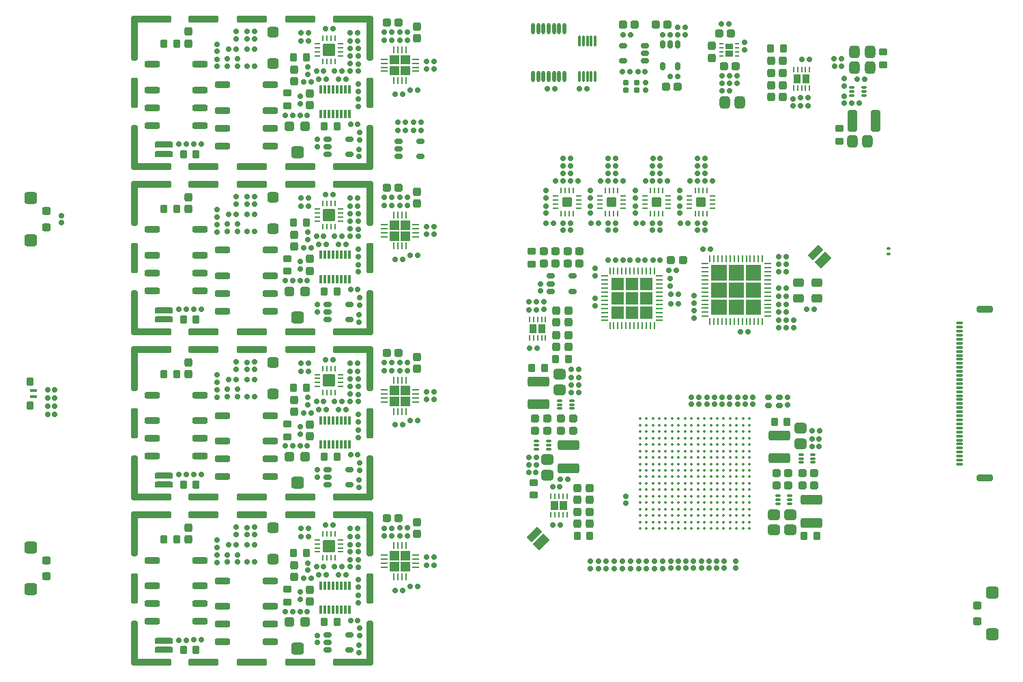
<source format=gtp>
%TF.GenerationSoftware,KiCad,Pcbnew,9.0.3*%
%TF.CreationDate,2026-01-22T13:09:40-05:00*%
%TF.ProjectId,Thunderscope_Rev5.3,5468756e-6465-4727-9363-6f70655f5265,rev?*%
%TF.SameCoordinates,PX52f8807PY958a210*%
%TF.FileFunction,Paste,Top*%
%TF.FilePolarity,Positive*%
%FSLAX45Y45*%
G04 Gerber Fmt 4.5, Leading zero omitted, Abs format (unit mm)*
G04 Created by KiCad (PCBNEW 9.0.3) date 2026-01-22 13:09:40*
%MOMM*%
%LPD*%
G01*
G04 APERTURE LIST*
G04 Aperture macros list*
%AMRoundRect*
0 Rectangle with rounded corners*
0 $1 Rounding radius*
0 $2 $3 $4 $5 $6 $7 $8 $9 X,Y pos of 4 corners*
0 Add a 4 corners polygon primitive as box body*
4,1,4,$2,$3,$4,$5,$6,$7,$8,$9,$2,$3,0*
0 Add four circle primitives for the rounded corners*
1,1,$1+$1,$2,$3*
1,1,$1+$1,$4,$5*
1,1,$1+$1,$6,$7*
1,1,$1+$1,$8,$9*
0 Add four rect primitives between the rounded corners*
20,1,$1+$1,$2,$3,$4,$5,0*
20,1,$1+$1,$4,$5,$6,$7,0*
20,1,$1+$1,$6,$7,$8,$9,0*
20,1,$1+$1,$8,$9,$2,$3,0*%
G04 Aperture macros list end*
%ADD10C,0.000000*%
%ADD11RoundRect,0.150000X-0.150000X0.150000X-0.150000X-0.150000X0.150000X-0.150000X0.150000X0.150000X0*%
%ADD12RoundRect,0.150000X0.150000X-0.150000X0.150000X0.150000X-0.150000X0.150000X-0.150000X-0.150000X0*%
%ADD13RoundRect,0.160000X0.160000X0.160000X-0.160000X0.160000X-0.160000X-0.160000X0.160000X-0.160000X0*%
%ADD14RoundRect,0.200000X0.200000X2.575000X-0.200000X2.575000X-0.200000X-2.575000X0.200000X-2.575000X0*%
%ADD15RoundRect,0.200000X-0.200000X-1.700000X0.200000X-1.700000X0.200000X1.700000X-0.200000X1.700000X0*%
%ADD16RoundRect,0.200000X2.290000X-0.200000X2.290000X0.200000X-2.290000X0.200000X-2.290000X-0.200000X0*%
%ADD17RoundRect,0.200000X-2.290000X0.200000X-2.290000X-0.200000X2.290000X-0.200000X2.290000X0.200000X0*%
%ADD18RoundRect,0.200000X1.700000X-0.200000X1.700000X0.200000X-1.700000X0.200000X-1.700000X-0.200000X0*%
%ADD19RoundRect,0.200000X-1.700000X0.200000X-1.700000X-0.200000X1.700000X-0.200000X1.700000X0.200000X0*%
%ADD20RoundRect,0.200000X-0.200000X-2.575000X0.200000X-2.575000X0.200000X2.575000X-0.200000X2.575000X0*%
%ADD21RoundRect,0.200000X0.200000X1.700000X-0.200000X1.700000X-0.200000X-1.700000X0.200000X-1.700000X0*%
%ADD22RoundRect,0.160000X0.160000X-0.160000X0.160000X0.160000X-0.160000X0.160000X-0.160000X-0.160000X0*%
%ADD23RoundRect,0.150000X0.150000X0.150000X-0.150000X0.150000X-0.150000X-0.150000X0.150000X-0.150000X0*%
%ADD24RoundRect,0.062500X0.062500X0.237500X-0.062500X0.237500X-0.062500X-0.237500X0.062500X-0.237500X0*%
%ADD25RoundRect,0.160000X-0.160000X-0.160000X0.160000X-0.160000X0.160000X0.160000X-0.160000X0.160000X0*%
%ADD26RoundRect,0.160000X-0.160000X0.160000X-0.160000X-0.160000X0.160000X-0.160000X0.160000X0.160000X0*%
%ADD27RoundRect,0.225000X-0.225000X0.275000X-0.225000X-0.275000X0.225000X-0.275000X0.225000X0.275000X0*%
%ADD28RoundRect,0.062500X-0.062500X-0.237500X0.062500X-0.237500X0.062500X0.237500X-0.062500X0.237500X0*%
%ADD29RoundRect,0.150000X-0.150000X-0.150000X0.150000X-0.150000X0.150000X0.150000X-0.150000X0.150000X0*%
%ADD30RoundRect,0.237500X0.287500X-0.237500X0.287500X0.237500X-0.287500X0.237500X-0.287500X-0.237500X0*%
%ADD31RoundRect,0.150000X0.350000X-0.150000X0.350000X0.150000X-0.350000X0.150000X-0.350000X-0.150000X0*%
%ADD32RoundRect,0.190500X0.934500X0.190500X-0.934500X0.190500X-0.934500X-0.190500X0.934500X-0.190500X0*%
%ADD33RoundRect,0.300000X0.300000X0.300000X-0.300000X0.300000X-0.300000X-0.300000X0.300000X-0.300000X0*%
%ADD34RoundRect,0.375000X0.425000X0.375000X-0.425000X0.375000X-0.425000X-0.375000X0.425000X-0.375000X0*%
%ADD35RoundRect,0.200000X-0.730000X0.200000X-0.730000X-0.200000X0.730000X-0.200000X0.730000X0.200000X0*%
%ADD36RoundRect,0.225000X-0.275000X-0.225000X0.275000X-0.225000X0.275000X0.225000X-0.275000X0.225000X0*%
%ADD37RoundRect,0.325000X-0.375000X-0.325000X0.375000X-0.325000X0.375000X0.325000X-0.375000X0.325000X0*%
%ADD38RoundRect,0.062500X0.187500X-0.062500X0.187500X0.062500X-0.187500X0.062500X-0.187500X-0.062500X0*%
%ADD39RoundRect,0.375000X-0.425000X0.375000X-0.425000X-0.375000X0.425000X-0.375000X0.425000X0.375000X0*%
%ADD40RoundRect,0.375000X0.425000X-0.375000X0.425000X0.375000X-0.425000X0.375000X-0.425000X-0.375000X0*%
%ADD41RoundRect,0.250000X-0.275000X0.250000X-0.275000X-0.250000X0.275000X-0.250000X0.275000X0.250000X0*%
%ADD42RoundRect,0.075000X-0.075000X0.450000X-0.075000X-0.450000X0.075000X-0.450000X0.075000X0.450000X0*%
%ADD43RoundRect,0.237500X-0.237500X-0.287500X0.237500X-0.287500X0.237500X0.287500X-0.237500X0.287500X0*%
%ADD44O,0.900000X0.250000*%
%ADD45O,0.250000X0.900000*%
%ADD46RoundRect,0.225000X0.275000X0.225000X-0.275000X0.225000X-0.275000X-0.225000X0.275000X-0.225000X0*%
%ADD47O,0.800000X0.250000*%
%ADD48O,0.250000X0.800000*%
%ADD49RoundRect,0.074000X-0.666000X-0.666000X0.666000X-0.666000X0.666000X0.666000X-0.666000X0.666000X0*%
%ADD50RoundRect,0.325000X0.425000X0.325000X-0.425000X0.325000X-0.425000X-0.325000X0.425000X-0.325000X0*%
%ADD51RoundRect,0.237500X-0.287500X0.237500X-0.287500X-0.237500X0.287500X-0.237500X0.287500X0.237500X0*%
%ADD52RoundRect,0.237500X0.237500X0.287500X-0.237500X0.287500X-0.237500X-0.287500X0.237500X-0.287500X0*%
%ADD53RoundRect,0.325000X0.325000X-0.425000X0.325000X0.425000X-0.325000X0.425000X-0.325000X-0.425000X0*%
%ADD54RoundRect,0.075000X0.260000X-0.075000X0.260000X0.075000X-0.260000X0.075000X-0.260000X-0.075000X0*%
%ADD55O,0.250000X0.850000*%
%ADD56O,0.850000X0.250000*%
%ADD57O,0.200000X0.850000*%
%ADD58O,0.850000X0.200000*%
%ADD59RoundRect,0.325000X-0.425000X-0.325000X0.425000X-0.325000X0.425000X0.325000X-0.425000X0.325000X0*%
%ADD60RoundRect,0.325000X-0.325000X0.425000X-0.325000X-0.425000X0.325000X-0.425000X0.325000X0.425000X0*%
%ADD61RoundRect,0.307500X1.052500X0.307500X-1.052500X0.307500X-1.052500X-0.307500X1.052500X-0.307500X0*%
%ADD62RoundRect,0.275000X0.375000X0.275000X-0.375000X0.275000X-0.375000X-0.275000X0.375000X-0.275000X0*%
%ADD63RoundRect,0.275000X-0.375000X-0.275000X0.375000X-0.275000X0.375000X0.275000X-0.375000X0.275000X0*%
%ADD64RoundRect,0.085000X-0.852064X-0.371231X-0.371231X-0.852064X0.852064X0.371231X0.371231X0.852064X0*%
%ADD65RoundRect,0.110000X-0.905097X-0.282843X-0.282843X-0.905097X0.905097X0.282843X0.282843X0.905097X0*%
%ADD66O,0.350000X1.400000*%
%ADD67RoundRect,0.307500X-1.052500X-0.307500X1.052500X-0.307500X1.052500X0.307500X-1.052500X0.307500X0*%
%ADD68RoundRect,0.175000X0.225000X0.175000X-0.225000X0.175000X-0.225000X-0.175000X0.225000X-0.175000X0*%
%ADD69RoundRect,0.175000X-0.225000X-0.175000X0.225000X-0.175000X0.225000X0.175000X-0.225000X0.175000X0*%
%ADD70RoundRect,0.225000X0.225000X-0.275000X0.225000X0.275000X-0.225000X0.275000X-0.225000X-0.275000X0*%
%ADD71RoundRect,0.150000X-0.350000X0.150000X-0.350000X-0.150000X0.350000X-0.150000X0.350000X0.150000X0*%
%ADD72RoundRect,0.075000X-0.175000X-0.075000X0.175000X-0.075000X0.175000X0.075000X-0.175000X0.075000X0*%
%ADD73RoundRect,0.307500X0.307500X-1.052500X0.307500X1.052500X-0.307500X1.052500X-0.307500X-1.052500X0*%
%ADD74RoundRect,0.075000X-0.260000X0.075000X-0.260000X-0.075000X0.260000X-0.075000X0.260000X0.075000X0*%
%ADD75RoundRect,0.250000X0.275000X-0.250000X0.275000X0.250000X-0.275000X0.250000X-0.275000X-0.250000X0*%
%ADD76RoundRect,0.075000X0.350000X-0.075000X0.350000X0.075000X-0.350000X0.075000X-0.350000X-0.075000X0*%
%ADD77RoundRect,0.200000X0.800000X-0.200000X0.800000X0.200000X-0.800000X0.200000X-0.800000X-0.200000X0*%
%ADD78C,0.350000*%
%ADD79RoundRect,0.059600X-0.536400X0.536400X-0.536400X-0.536400X0.536400X-0.536400X0.536400X0.536400X0*%
%ADD80O,0.450000X1.400000*%
%ADD81RoundRect,0.135000X0.315000X-0.365000X0.315000X0.365000X-0.315000X0.365000X-0.315000X-0.365000X0*%
%ADD82RoundRect,0.060000X0.340000X-0.140000X0.340000X0.140000X-0.340000X0.140000X-0.340000X-0.140000X0*%
%ADD83RoundRect,0.160000X0.190000X-0.160000X0.190000X0.160000X-0.190000X0.160000X-0.190000X-0.160000X0*%
%ADD84RoundRect,0.150000X-0.150000X-0.350000X0.150000X-0.350000X0.150000X0.350000X-0.150000X0.350000X0*%
G04 APERTURE END LIST*
%TO.C,U15*%
G36*
X9710015Y8821000D02*
G01*
X9621015Y8821000D01*
X9621015Y8934000D01*
X9710015Y8934000D01*
X9710015Y8821000D01*
G37*
G36*
X9820015Y8821000D02*
G01*
X9731015Y8821000D01*
X9731015Y8934000D01*
X9820015Y8934000D01*
X9820015Y8821000D01*
G37*
%TO.C,U22*%
G36*
X6610483Y3641500D02*
G01*
X6699483Y3641500D01*
X6699483Y3528500D01*
X6610483Y3528500D01*
X6610483Y3641500D01*
G37*
G36*
X6720483Y3641500D02*
G01*
X6809483Y3641500D01*
X6809483Y3528500D01*
X6720483Y3528500D01*
X6720483Y3641500D01*
G37*
D10*
%TO.C,U13*%
G36*
X8867996Y9248501D02*
G01*
X8777996Y9248501D01*
X8777996Y9318501D01*
X8867996Y9318501D01*
X8867996Y9248501D01*
G37*
G36*
X8868000Y9158499D02*
G01*
X8778000Y9158499D01*
X8778000Y9228499D01*
X8868000Y9228499D01*
X8868000Y9158499D01*
G37*
%TO.C,U6*%
G36*
X7514306Y6414999D02*
G01*
X7359306Y6414999D01*
X7359306Y6259999D01*
X7514306Y6259999D01*
X7514306Y6414999D01*
G37*
G36*
X7514306Y6234999D02*
G01*
X7359306Y6234999D01*
X7359306Y6079999D01*
X7514306Y6079999D01*
X7514306Y6234999D01*
G37*
G36*
X7514306Y6054999D02*
G01*
X7359306Y6054999D01*
X7359306Y5899999D01*
X7514306Y5899999D01*
X7514306Y6054999D01*
G37*
G36*
X7694306Y6414999D02*
G01*
X7539306Y6414999D01*
X7539306Y6259999D01*
X7694306Y6259999D01*
X7694306Y6414999D01*
G37*
G36*
X7694306Y6234999D02*
G01*
X7539306Y6234999D01*
X7539306Y6079999D01*
X7694306Y6079999D01*
X7694306Y6234999D01*
G37*
G36*
X7694306Y6054999D02*
G01*
X7539306Y6054999D01*
X7539306Y5899999D01*
X7694306Y5899999D01*
X7694306Y6054999D01*
G37*
G36*
X7874306Y6414999D02*
G01*
X7719306Y6414999D01*
X7719306Y6259999D01*
X7874306Y6259999D01*
X7874306Y6414999D01*
G37*
G36*
X7874306Y6234999D02*
G01*
X7719306Y6234999D01*
X7719306Y6079999D01*
X7874306Y6079999D01*
X7874306Y6234999D01*
G37*
G36*
X7874306Y6054999D02*
G01*
X7719306Y6054999D01*
X7719306Y5899999D01*
X7874306Y5899999D01*
X7874306Y6054999D01*
G37*
%TO.C,U14*%
G36*
X6345483Y5836500D02*
G01*
X6434483Y5836500D01*
X6434483Y5723500D01*
X6345483Y5723500D01*
X6345483Y5836500D01*
G37*
G36*
X6455483Y5836500D02*
G01*
X6544483Y5836500D01*
X6544483Y5723500D01*
X6455483Y5723500D01*
X6455483Y5836500D01*
G37*
%TO.C,U1008_1*%
G36*
X4612495Y9172500D02*
G01*
X4727495Y9172500D01*
X4727495Y9057500D01*
X4612495Y9057500D01*
X4612495Y9172500D01*
G37*
G36*
X4612495Y9037500D02*
G01*
X4727495Y9037500D01*
X4727495Y8922500D01*
X4612495Y8922500D01*
X4612495Y9037500D01*
G37*
G36*
X4747495Y9172500D02*
G01*
X4862495Y9172500D01*
X4862495Y9057500D01*
X4747495Y9057500D01*
X4747495Y9172500D01*
G37*
G36*
X4747495Y9037500D02*
G01*
X4862495Y9037500D01*
X4862495Y8922500D01*
X4747495Y8922500D01*
X4747495Y9037500D01*
G37*
%TO.C,U7*%
G36*
X8790000Y6380001D02*
G01*
X8600000Y6380001D01*
X8600000Y6570000D01*
X8790000Y6570000D01*
X8790000Y6380001D01*
G37*
G36*
X8790000Y5950001D02*
G01*
X8600000Y5950001D01*
X8600000Y6140001D01*
X8790000Y6140001D01*
X8790000Y5950001D01*
G37*
G36*
X8790000Y6165001D02*
G01*
X8600000Y6165001D01*
X8600000Y6355001D01*
X8790000Y6355001D01*
X8790000Y6165001D01*
G37*
G36*
X9005000Y6380000D02*
G01*
X8815000Y6380000D01*
X8815000Y6570000D01*
X9005000Y6570000D01*
X9005000Y6380000D01*
G37*
G36*
X9005000Y6165001D02*
G01*
X8815000Y6165001D01*
X8815000Y6355000D01*
X9005000Y6355000D01*
X9005000Y6165001D01*
G37*
G36*
X9005000Y5950001D02*
G01*
X8815000Y5950001D01*
X8815000Y6140001D01*
X9005000Y6140001D01*
X9005000Y5950001D01*
G37*
G36*
X9220000Y6165001D02*
G01*
X9030000Y6165001D01*
X9030000Y6355001D01*
X9220000Y6355001D01*
X9220000Y6165001D01*
G37*
G36*
X9220000Y6380001D02*
G01*
X9030000Y6380001D01*
X9030000Y6570000D01*
X9220000Y6570000D01*
X9220000Y6380001D01*
G37*
G36*
X9220000Y5950001D02*
G01*
X9030000Y5950001D01*
X9030000Y6140001D01*
X9220000Y6140001D01*
X9220000Y5950001D01*
G37*
%TO.C,U1008_2*%
G36*
X4612495Y7122500D02*
G01*
X4727495Y7122500D01*
X4727495Y7007500D01*
X4612495Y7007500D01*
X4612495Y7122500D01*
G37*
G36*
X4612495Y6987500D02*
G01*
X4727495Y6987500D01*
X4727495Y6872500D01*
X4612495Y6872500D01*
X4612495Y6987500D01*
G37*
G36*
X4747495Y7122500D02*
G01*
X4862495Y7122500D01*
X4862495Y7007500D01*
X4747495Y7007500D01*
X4747495Y7122500D01*
G37*
G36*
X4747495Y6987500D02*
G01*
X4862495Y6987500D01*
X4862495Y6872500D01*
X4747495Y6872500D01*
X4747495Y6987500D01*
G37*
%TO.C,U1008_3*%
G36*
X4612495Y5072500D02*
G01*
X4727495Y5072500D01*
X4727495Y4957500D01*
X4612495Y4957500D01*
X4612495Y5072500D01*
G37*
G36*
X4612495Y4937500D02*
G01*
X4727495Y4937500D01*
X4727495Y4822500D01*
X4612495Y4822500D01*
X4612495Y4937500D01*
G37*
G36*
X4747495Y5072500D02*
G01*
X4862495Y5072500D01*
X4862495Y4957500D01*
X4747495Y4957500D01*
X4747495Y5072500D01*
G37*
G36*
X4747495Y4937500D02*
G01*
X4862495Y4937500D01*
X4862495Y4822500D01*
X4747495Y4822500D01*
X4747495Y4937500D01*
G37*
%TO.C,U1008_4*%
G36*
X4612495Y3022500D02*
G01*
X4727495Y3022500D01*
X4727495Y2907500D01*
X4612495Y2907500D01*
X4612495Y3022500D01*
G37*
G36*
X4612495Y2887500D02*
G01*
X4727495Y2887500D01*
X4727495Y2772500D01*
X4612495Y2772500D01*
X4612495Y2887500D01*
G37*
G36*
X4747495Y3022500D02*
G01*
X4862495Y3022500D01*
X4862495Y2907500D01*
X4747495Y2907500D01*
X4747495Y3022500D01*
G37*
G36*
X4747495Y2887500D02*
G01*
X4862495Y2887500D01*
X4862495Y2772500D01*
X4747495Y2772500D01*
X4747495Y2887500D01*
G37*
%TD*%
D11*
%TO.C,R1033_1*%
X4767499Y8687500D03*
X4677499Y8687500D03*
%TD*%
D12*
%TO.C,FB1000_4*%
X4740001Y3309000D03*
X4830001Y3309000D03*
%TD*%
D13*
%TO.C,C1045_1*%
X4235000Y8124000D03*
X4235000Y8216000D03*
%TD*%
D14*
%TO.C,SHLD1001_2*%
X4361260Y5978061D03*
D15*
X4361000Y6655001D03*
D14*
X4361000Y7332461D03*
D16*
X4152230Y5740521D03*
D17*
X4152030Y7570001D03*
D18*
X3503260Y5740521D03*
D19*
X3503000Y7570001D03*
D18*
X2903260Y5740521D03*
D19*
X2903000Y7570001D03*
D18*
X2303260Y5740521D03*
D19*
X2303000Y7570001D03*
D16*
X1654230Y5740521D03*
D17*
X1654030Y7570001D03*
D20*
X1445260Y5978061D03*
D21*
X1445000Y6655001D03*
D20*
X1445000Y7332461D03*
%TD*%
D22*
%TO.C,C185*%
X6632000Y3346000D03*
X6724000Y3346000D03*
%TD*%
D23*
%TO.C,R1042_2*%
X4217500Y6925001D03*
X4217500Y7015001D03*
%TD*%
D24*
%TO.C,U15*%
X9620498Y8762500D03*
X9670498Y8762500D03*
X9720498Y8762500D03*
X9770498Y8762500D03*
X9820498Y8762500D03*
X9820498Y8992500D03*
X9770498Y8992500D03*
X9720498Y8992500D03*
X9670498Y8992500D03*
X9620498Y8992500D03*
%TD*%
D25*
%TO.C,C1025_1*%
X2705000Y9468500D03*
X2705000Y9376500D03*
%TD*%
%TO.C,C1011_3*%
X2470000Y5211000D03*
X2470000Y5119000D03*
%TD*%
D26*
%TO.C,C1047_3*%
X3601000Y5252500D03*
X3509000Y5252500D03*
%TD*%
D12*
%TO.C,R85*%
X365001Y4820000D03*
X455001Y4820000D03*
%TD*%
%TO.C,R134_4*%
X6857159Y7612500D03*
X6947159Y7612500D03*
%TD*%
D27*
%TO.C,R1003_3*%
X3957500Y4190000D03*
X3797500Y4190000D03*
%TD*%
D12*
%TO.C,R1002_4*%
X2612501Y3101500D03*
X2702501Y3101500D03*
%TD*%
D25*
%TO.C,C70_3*%
X7102166Y7303500D03*
X7102166Y7211500D03*
%TD*%
D28*
%TO.C,U22*%
X6810000Y3700000D03*
X6760000Y3700000D03*
X6710000Y3700000D03*
X6660000Y3700000D03*
X6610000Y3700000D03*
X6610000Y3470000D03*
X6660000Y3470000D03*
X6710000Y3470000D03*
X6760000Y3470000D03*
X6810000Y3470000D03*
%TD*%
D29*
%TO.C,R1001_2*%
X2470000Y7072499D03*
X2470000Y6982499D03*
%TD*%
D27*
%TO.C,R1022_3*%
X1965000Y5216250D03*
X1805000Y5216250D03*
%TD*%
D30*
%TO.C,C1039_2*%
X4573500Y7532000D03*
X4718500Y7532000D03*
%TD*%
D31*
%TO.C,U1011_2*%
X3840000Y6083750D03*
X3840000Y5988750D03*
X3840000Y5893750D03*
X4110000Y5893750D03*
X4110000Y6083750D03*
%TD*%
D32*
%TO.C,R1025_2*%
X1810000Y5893750D03*
X1810000Y6008750D03*
%TD*%
D27*
%TO.C,R1038_4*%
X3577500Y3000000D03*
X3417500Y3000000D03*
%TD*%
D12*
%TO.C,R1043_1*%
X3545001Y8837500D03*
X3635001Y8837500D03*
%TD*%
D29*
%TO.C,R37*%
X8191610Y2899999D03*
X8191610Y2809999D03*
%TD*%
D22*
%TO.C,C66*%
X9436500Y6085000D03*
X9528500Y6085000D03*
%TD*%
D12*
%TO.C,FB1000_3*%
X4740001Y5359000D03*
X4830001Y5359000D03*
%TD*%
D33*
%TO.C,R1049_2*%
X3565000Y6242500D03*
D34*
X3465000Y5917500D03*
D33*
X3365000Y6242500D03*
%TD*%
D35*
%TO.C,K1000_3*%
X1665000Y4958750D03*
X1665000Y4638750D03*
X1665000Y4418750D03*
X1665000Y4198750D03*
X2259000Y4198750D03*
X2259000Y4418750D03*
X2259000Y4638750D03*
X2259000Y4958750D03*
%TD*%
D22*
%TO.C,C1001_3*%
X3979000Y4777500D03*
X4071000Y4777500D03*
%TD*%
%TO.C,C1046_1*%
X4119001Y9452501D03*
X4211001Y9452501D03*
%TD*%
D11*
%TO.C,R127*%
X6722999Y3817500D03*
X6632999Y3817500D03*
%TD*%
D36*
%TO.C,R120*%
X6400000Y3875000D03*
X6400000Y3715000D03*
%TD*%
D27*
%TO.C,R1022_2*%
X1965000Y7266250D03*
X1805000Y7266250D03*
%TD*%
D11*
%TO.C,R135_1*%
X8427176Y7612500D03*
X8337176Y7612500D03*
%TD*%
D13*
%TO.C,C47*%
X7097500Y2806500D03*
X7097500Y2898500D03*
%TD*%
D26*
%TO.C,C1024_1*%
X2935000Y9251500D03*
X2843000Y9251500D03*
%TD*%
D29*
%TO.C,R38*%
X8097500Y2899999D03*
X8097500Y2809999D03*
%TD*%
D37*
%TO.C,C1059_1*%
X3165000Y9460000D03*
X3165000Y9070000D03*
%TD*%
D38*
%TO.C,U13*%
X8727998Y9313500D03*
X8727998Y9263501D03*
X8727999Y9213500D03*
X8727998Y9163500D03*
X8917998Y9163501D03*
X8917998Y9213500D03*
X8917998Y9263500D03*
X8917998Y9313501D03*
%TD*%
D39*
%TO.C,J12*%
X158641Y7400000D03*
D40*
X158641Y6880000D03*
D41*
X351140Y7240000D03*
X351140Y7040000D03*
%TD*%
D29*
%TO.C,R1041_1*%
X4122500Y9254999D03*
X4122500Y9164999D03*
%TD*%
D12*
%TO.C,R19*%
X7504307Y6632500D03*
X7594307Y6632500D03*
%TD*%
D22*
%TO.C,C16*%
X8074000Y6505000D03*
X8166000Y6505000D03*
%TD*%
%TO.C,C1052_3*%
X3701500Y4877500D03*
X3793500Y4877500D03*
%TD*%
D29*
%TO.C,R79*%
X8735000Y4932499D03*
X8735000Y4842499D03*
%TD*%
D12*
%TO.C,R131_1*%
X8429680Y7892500D03*
X8519680Y7892500D03*
%TD*%
D42*
%TO.C,U1001_1*%
X4107500Y8745000D03*
X4057500Y8745000D03*
X4007500Y8745000D03*
X3957500Y8745000D03*
X3907500Y8745000D03*
X3857500Y8745000D03*
X3807500Y8745000D03*
X3757500Y8745000D03*
X3757500Y8445000D03*
X3807500Y8445000D03*
X3857500Y8445000D03*
X3907500Y8445000D03*
X3957500Y8445000D03*
X4007500Y8445000D03*
X4057500Y8445000D03*
X4107500Y8445000D03*
%TD*%
D13*
%TO.C,C105_3*%
X7102166Y7401500D03*
X7102166Y7493500D03*
%TD*%
D12*
%TO.C,R1039_1*%
X3315001Y8425000D03*
X3405001Y8425000D03*
%TD*%
%TO.C,R131_4*%
X6764660Y7892500D03*
X6854660Y7892500D03*
%TD*%
D27*
%TO.C,R1021_4*%
X2210000Y1793750D03*
X2050000Y1793750D03*
%TD*%
D29*
%TO.C,R75*%
X9115000Y4932499D03*
X9115000Y4842499D03*
%TD*%
D13*
%TO.C,C1045_2*%
X4235000Y6074000D03*
X4235000Y6166000D03*
%TD*%
D32*
%TO.C,R1025_4*%
X1810000Y1793750D03*
X1810000Y1908750D03*
%TD*%
D23*
%TO.C,R1047_2*%
X3500000Y6522501D03*
X3500000Y6612501D03*
%TD*%
D27*
%TO.C,R1022_4*%
X1965000Y3166250D03*
X1805000Y3166250D03*
%TD*%
D26*
%TO.C,C76*%
X4996000Y8337500D03*
X4904000Y8337500D03*
%TD*%
D23*
%TO.C,R1047_3*%
X3500000Y4472501D03*
X3500000Y4562501D03*
%TD*%
D29*
%TO.C,R29*%
X8571611Y2899999D03*
X8571611Y2809999D03*
%TD*%
D26*
%TO.C,C126*%
X4996000Y8237500D03*
X4904000Y8237500D03*
%TD*%
D29*
%TO.C,R1044_4*%
X4232500Y1854999D03*
X4232500Y1764999D03*
%TD*%
D11*
%TO.C,R129*%
X6952499Y5177500D03*
X6862499Y5177500D03*
%TD*%
D43*
%TO.C,C122*%
X9340498Y8800000D03*
X9340498Y8655000D03*
%TD*%
D12*
%TO.C,R1002_2*%
X2612501Y7201500D03*
X2702501Y7201500D03*
%TD*%
D44*
%TO.C,U6*%
X7279305Y6432499D03*
X7279305Y6382499D03*
X7279305Y6332499D03*
X7279305Y6282499D03*
X7279305Y6232499D03*
X7279305Y6182499D03*
X7279305Y6132499D03*
X7279305Y6082499D03*
X7279305Y6032499D03*
X7279305Y5982499D03*
X7279305Y5932499D03*
X7279305Y5882499D03*
D45*
X7341805Y5819999D03*
X7391805Y5819999D03*
X7441805Y5819999D03*
X7491805Y5819999D03*
X7541806Y5819999D03*
X7591805Y5819999D03*
X7641805Y5819999D03*
X7691805Y5819999D03*
X7741805Y5819999D03*
X7791806Y5819999D03*
X7841805Y5819999D03*
X7891805Y5819999D03*
D44*
X7954305Y5882499D03*
X7954305Y5932499D03*
X7954305Y5982499D03*
X7954305Y6032499D03*
X7954305Y6082499D03*
X7954305Y6132499D03*
X7954305Y6182499D03*
X7954305Y6232499D03*
X7954305Y6282499D03*
X7954305Y6332499D03*
X7954305Y6382499D03*
X7954305Y6432499D03*
D45*
X7891805Y6494999D03*
X7841805Y6494999D03*
X7791806Y6494999D03*
X7741805Y6494999D03*
X7691805Y6494999D03*
X7641805Y6494999D03*
X7591805Y6494999D03*
X7541806Y6494999D03*
X7491805Y6494999D03*
X7441805Y6494999D03*
X7391805Y6494999D03*
X7341805Y6494999D03*
%TD*%
D25*
%TO.C,C1021_4*%
X2935000Y3318500D03*
X2935000Y3226500D03*
%TD*%
%TO.C,C1023_4*%
X2720000Y2977000D03*
X2720000Y2885000D03*
%TD*%
D12*
%TO.C,R52_2*%
X5070001Y7045000D03*
X5160001Y7045000D03*
%TD*%
D42*
%TO.C,U1001_4*%
X4107500Y2595000D03*
X4057500Y2595000D03*
X4007500Y2595000D03*
X3957500Y2595000D03*
X3907500Y2595000D03*
X3857500Y2595000D03*
X3807500Y2595000D03*
X3757500Y2595000D03*
X3757500Y2295000D03*
X3807500Y2295000D03*
X3857500Y2295000D03*
X3907500Y2295000D03*
X3957500Y2295000D03*
X4007500Y2295000D03*
X4057500Y2295000D03*
X4107500Y2295000D03*
%TD*%
D29*
%TO.C,R1026_2*%
X2838000Y7414999D03*
X2838000Y7324999D03*
%TD*%
D46*
%TO.C,R1035_3*%
X3342500Y4442500D03*
X3342500Y4602500D03*
%TD*%
D22*
%TO.C,C1043_1*%
X4864000Y8737500D03*
X4956000Y8737500D03*
%TD*%
D12*
%TO.C,R1048_3*%
X3500001Y4325000D03*
X3590001Y4325000D03*
%TD*%
D29*
%TO.C,R1041_4*%
X4122500Y3104999D03*
X4122500Y3014999D03*
%TD*%
D22*
%TO.C,C1037_3*%
X4736500Y5257500D03*
X4828500Y5257500D03*
%TD*%
%TO.C,C1037_1*%
X4736500Y9357500D03*
X4828500Y9357500D03*
%TD*%
D29*
%TO.C,R133_1*%
X8427179Y7797499D03*
X8427179Y7707499D03*
%TD*%
D11*
%TO.C,R1033_2*%
X4767499Y6637500D03*
X4677499Y6637500D03*
%TD*%
D47*
%TO.C,U1009_3*%
X3715000Y5212500D03*
X3715000Y5162500D03*
X3715000Y5112501D03*
X3715000Y5062500D03*
D48*
X3785000Y4992501D03*
X3835000Y4992501D03*
X3885000Y4992501D03*
X3935000Y4992501D03*
D47*
X4005000Y5062500D03*
X4005000Y5112501D03*
X4005000Y5162500D03*
X4005000Y5212500D03*
D48*
X3935000Y5282500D03*
X3885000Y5282500D03*
X3835000Y5282500D03*
X3785000Y5282500D03*
D49*
X3860000Y5137501D03*
%TD*%
D50*
%TO.C,C188*%
X6717500Y5025000D03*
X6717500Y5215000D03*
%TD*%
D51*
%TO.C,C94*%
X7649998Y9553500D03*
X7504998Y9553500D03*
%TD*%
D25*
%TO.C,C1023_1*%
X2720000Y9127000D03*
X2720000Y9035000D03*
%TD*%
D28*
%TO.C,U14*%
X6545000Y5895000D03*
X6495000Y5895000D03*
X6445000Y5895000D03*
X6395000Y5895000D03*
X6345000Y5895000D03*
X6345000Y5665000D03*
X6395000Y5665000D03*
X6445000Y5665000D03*
X6495000Y5665000D03*
X6545000Y5665000D03*
%TD*%
D27*
%TO.C,R1038_2*%
X3577500Y7100000D03*
X3417500Y7100000D03*
%TD*%
D25*
%TO.C,C1025_4*%
X2705000Y3318500D03*
X2705000Y3226500D03*
%TD*%
D11*
%TO.C,R51*%
X9527499Y6282500D03*
X9437499Y6282500D03*
%TD*%
D33*
%TO.C,R1049_1*%
X3565000Y8292500D03*
D34*
X3465000Y7967500D03*
D33*
X3365000Y8292500D03*
%TD*%
D52*
%TO.C,C184*%
X7090000Y3662500D03*
X7090000Y3807500D03*
%TD*%
D26*
%TO.C,C102*%
X10503500Y8877500D03*
X10411500Y8877500D03*
%TD*%
D22*
%TO.C,C1046_4*%
X4119001Y3302501D03*
X4211001Y3302501D03*
%TD*%
D29*
%TO.C,R82*%
X8450000Y4932499D03*
X8450000Y4842499D03*
%TD*%
D22*
%TO.C,C100*%
X10124000Y9132500D03*
X10216000Y9132500D03*
%TD*%
D25*
%TO.C,C1011_1*%
X2470000Y9311000D03*
X2470000Y9219000D03*
%TD*%
D31*
%TO.C,U16*%
X4720000Y8107500D03*
X4720000Y8012500D03*
X4720000Y7917500D03*
X4990000Y7917500D03*
X4990000Y8107500D03*
%TD*%
D25*
%TO.C,C70_1*%
X8212179Y7303500D03*
X8212179Y7211500D03*
%TD*%
D53*
%TO.C,C101*%
X10379000Y9212500D03*
X10569000Y9212500D03*
%TD*%
D25*
%TO.C,C1023_2*%
X2720000Y7077000D03*
X2720000Y6985000D03*
%TD*%
D54*
%TO.C,U17*%
X10344500Y8776000D03*
X10344500Y8726000D03*
X10344500Y8676000D03*
X10492500Y8676000D03*
X10492500Y8726000D03*
X10492500Y8776000D03*
%TD*%
D22*
%TO.C,C1050_4*%
X4124000Y2165000D03*
X4216000Y2165000D03*
%TD*%
D46*
%TO.C,R1035_4*%
X3342500Y2392500D03*
X3342500Y2552500D03*
%TD*%
D35*
%TO.C,K1000_1*%
X1665000Y9058750D03*
X1665000Y8738750D03*
X1665000Y8518750D03*
X1665000Y8298750D03*
X2259000Y8298750D03*
X2259000Y8518750D03*
X2259000Y8738750D03*
X2259000Y9058750D03*
%TD*%
D27*
%TO.C,R1003_1*%
X3957500Y8290000D03*
X3797500Y8290000D03*
%TD*%
D29*
%TO.C,R137_4*%
X6762159Y7092499D03*
X6762159Y7002499D03*
%TD*%
%TO.C,R132_4*%
X6857159Y7797499D03*
X6857159Y7707499D03*
%TD*%
D55*
%TO.C,U1008_1*%
X4812500Y9240000D03*
X4762500Y9240000D03*
X4712500Y9240000D03*
X4662500Y9240000D03*
D56*
X4545000Y9122500D03*
X4545000Y9072500D03*
X4545000Y9022500D03*
X4545000Y8972500D03*
D55*
X4662500Y8855000D03*
X4712500Y8855000D03*
X4762500Y8855000D03*
X4812500Y8855000D03*
D56*
X4930000Y8972500D03*
X4930000Y9022500D03*
X4930000Y9072500D03*
X4930000Y9122500D03*
%TD*%
D25*
%TO.C,C1035_2*%
X4217500Y6576000D03*
X4217500Y6484000D03*
%TD*%
D22*
%TO.C,C1048_4*%
X3813500Y3347500D03*
X3905500Y3347500D03*
%TD*%
D51*
%TO.C,C73*%
X9880000Y3991125D03*
X9735000Y3991125D03*
%TD*%
D23*
%TO.C,R110*%
X10247500Y8790001D03*
X10247500Y8880001D03*
%TD*%
D30*
%TO.C,C71*%
X6417500Y4665000D03*
X6562500Y4665000D03*
%TD*%
D29*
%TO.C,R137_1*%
X8427179Y7092499D03*
X8427179Y7002499D03*
%TD*%
D22*
%TO.C,C1055_1*%
X3731500Y8877500D03*
X3823500Y8877500D03*
%TD*%
D25*
%TO.C,C1021_1*%
X2935000Y9468500D03*
X2935000Y9376500D03*
%TD*%
D13*
%TO.C,C46*%
X7197500Y2806500D03*
X7197500Y2898500D03*
%TD*%
D26*
%TO.C,C186*%
X6953500Y5275000D03*
X6861500Y5275000D03*
%TD*%
D25*
%TO.C,C112*%
X9012500Y9334500D03*
X9012500Y9242500D03*
%TD*%
%TO.C,C1032_4*%
X4120000Y2918500D03*
X4120000Y2826500D03*
%TD*%
D51*
%TO.C,C107*%
X6667500Y6587500D03*
X6522500Y6587500D03*
%TD*%
D14*
%TO.C,SHLD1001_3*%
X4361260Y3928061D03*
D15*
X4361000Y4605001D03*
D14*
X4361000Y5282461D03*
D16*
X4152230Y3690521D03*
D17*
X4152030Y5520001D03*
D18*
X3503260Y3690521D03*
D19*
X3503000Y5520001D03*
D18*
X2903260Y3690521D03*
D19*
X2903000Y5520001D03*
D18*
X2303260Y3690521D03*
D19*
X2303000Y5520001D03*
D16*
X1654230Y3690521D03*
D17*
X1654030Y5520001D03*
D20*
X1445260Y3928061D03*
D21*
X1445000Y4605001D03*
D20*
X1445000Y5282461D03*
%TD*%
D43*
%TO.C,C1030_1*%
X3422500Y8997500D03*
X3422500Y8852500D03*
%TD*%
%TO.C,C1031_1*%
X3622500Y8695000D03*
X3622500Y8550000D03*
%TD*%
D25*
%TO.C,C70_4*%
X6547159Y7303500D03*
X6547159Y7211500D03*
%TD*%
D57*
%TO.C,U7*%
X8585000Y5870001D03*
X8635000Y5870001D03*
X8685000Y5870001D03*
X8735000Y5870001D03*
X8785000Y5870001D03*
X8835000Y5870001D03*
X8885000Y5870001D03*
X8935000Y5870001D03*
X8985000Y5870001D03*
X9035000Y5870001D03*
X9085000Y5870001D03*
X9135000Y5870001D03*
X9185000Y5870001D03*
X9235000Y5870001D03*
D58*
X9300000Y5935001D03*
X9300000Y5985001D03*
X9300000Y6035001D03*
X9300000Y6085001D03*
X9300000Y6135001D03*
X9300000Y6185000D03*
X9300000Y6235001D03*
X9300000Y6285001D03*
X9300000Y6335001D03*
X9300000Y6385001D03*
X9300000Y6435001D03*
X9300000Y6485001D03*
X9300000Y6535001D03*
X9300000Y6585001D03*
D57*
X9235000Y6650001D03*
X9185000Y6650001D03*
X9135000Y6650001D03*
X9085000Y6650001D03*
X9035000Y6650001D03*
X8985000Y6650001D03*
X8935000Y6650001D03*
X8885000Y6650001D03*
X8835000Y6650001D03*
X8785000Y6650001D03*
X8735000Y6650001D03*
X8685000Y6650001D03*
X8635000Y6650001D03*
X8585000Y6650001D03*
D58*
X8520000Y6585001D03*
X8520000Y6535001D03*
X8520000Y6485001D03*
X8520000Y6435001D03*
X8520000Y6385001D03*
X8520000Y6335001D03*
X8520000Y6285001D03*
X8520000Y6235001D03*
X8520000Y6185000D03*
X8520000Y6135001D03*
X8520000Y6085001D03*
X8520000Y6035001D03*
X8520000Y5985001D03*
X8520000Y5935001D03*
%TD*%
D12*
%TO.C,R97_2*%
X5070001Y6950000D03*
X5160001Y6950000D03*
%TD*%
D43*
%TO.C,C121*%
X9490498Y8800000D03*
X9490498Y8655000D03*
%TD*%
D11*
%TO.C,R64*%
X454999Y4720000D03*
X364999Y4720000D03*
%TD*%
D22*
%TO.C,C6*%
X7498998Y8968500D03*
X7590998Y8968500D03*
%TD*%
D59*
%TO.C,C180*%
X6570000Y4155000D03*
X6570000Y3965000D03*
%TD*%
D14*
%TO.C,SHLD1001_4*%
X4361260Y1878061D03*
D15*
X4361000Y2555001D03*
D14*
X4361000Y3232461D03*
D16*
X4152230Y1640521D03*
D17*
X4152030Y3470001D03*
D18*
X3503260Y1640521D03*
D19*
X3503000Y3470001D03*
D18*
X2903260Y1640521D03*
D19*
X2903000Y3470001D03*
D18*
X2303260Y1640521D03*
D19*
X2303000Y3470001D03*
D16*
X1654230Y1640521D03*
D17*
X1654030Y3470001D03*
D20*
X1445260Y1878061D03*
D21*
X1445000Y2555001D03*
D20*
X1445000Y3232461D03*
%TD*%
D52*
%TO.C,C119*%
X9340498Y8955000D03*
X9340498Y9100000D03*
%TD*%
D22*
%TO.C,C1049_3*%
X4119000Y5252500D03*
X4211000Y5252500D03*
%TD*%
D29*
%TO.C,R72*%
X10247500Y8664999D03*
X10247500Y8574999D03*
%TD*%
D12*
%TO.C,R134_2*%
X7967173Y7612500D03*
X8057173Y7612500D03*
%TD*%
D26*
%TO.C,C1056_4*%
X4021000Y2827500D03*
X3929000Y2827500D03*
%TD*%
D23*
%TO.C,R1047_4*%
X3500000Y2422501D03*
X3500000Y2512501D03*
%TD*%
D55*
%TO.C,U1008_2*%
X4812500Y7190000D03*
X4762500Y7190000D03*
X4712500Y7190000D03*
X4662500Y7190000D03*
D56*
X4545000Y7072500D03*
X4545000Y7022500D03*
X4545000Y6972500D03*
X4545000Y6922500D03*
D55*
X4662500Y6805000D03*
X4712500Y6805000D03*
X4762500Y6805000D03*
X4812500Y6805000D03*
D56*
X4930000Y6922500D03*
X4930000Y6972500D03*
X4930000Y7022500D03*
X4930000Y7072500D03*
%TD*%
D25*
%TO.C,C1012_3*%
X2595000Y5027000D03*
X2595000Y4935000D03*
%TD*%
D26*
%TO.C,C68*%
X9878500Y6020000D03*
X9786500Y6020000D03*
%TD*%
D43*
%TO.C,C1022_2*%
X2115000Y7413750D03*
X2115000Y7268750D03*
%TD*%
D27*
%TO.C,R57*%
X9542500Y4621125D03*
X9382500Y4621125D03*
%TD*%
D29*
%TO.C,R132_1*%
X8522179Y7797499D03*
X8522179Y7707499D03*
%TD*%
D60*
%TO.C,C97*%
X8958000Y8584000D03*
X8768000Y8584000D03*
%TD*%
D12*
%TO.C,R1053_2*%
X2180001Y6021250D03*
X2270001Y6021250D03*
%TD*%
D25*
%TO.C,C1025_3*%
X2705000Y5368500D03*
X2705000Y5276500D03*
%TD*%
D29*
%TO.C,R99*%
X6525000Y6112499D03*
X6525000Y6022499D03*
%TD*%
D51*
%TO.C,C72*%
X9880000Y3841125D03*
X9735000Y3841125D03*
%TD*%
D12*
%TO.C,R43*%
X8965001Y5740000D03*
X9055001Y5740000D03*
%TD*%
D11*
%TO.C,R135_3*%
X7317163Y7612500D03*
X7227163Y7612500D03*
%TD*%
D25*
%TO.C,C1032_3*%
X4120000Y4968500D03*
X4120000Y4876500D03*
%TD*%
D26*
%TO.C,C104_3*%
X7200007Y7090000D03*
X7108007Y7090000D03*
%TD*%
D61*
%TO.C,L5*%
X9447500Y4172625D03*
X9447500Y4459625D03*
%TD*%
D22*
%TO.C,C1043_2*%
X4864000Y6687500D03*
X4956000Y6687500D03*
%TD*%
D25*
%TO.C,C1011_2*%
X2470000Y7261000D03*
X2470000Y7169000D03*
%TD*%
D51*
%TO.C,C106*%
X8905498Y9038500D03*
X8760498Y9038500D03*
%TD*%
D12*
%TO.C,R134_1*%
X8522179Y7612500D03*
X8612179Y7612500D03*
%TD*%
D30*
%TO.C,C110*%
X6822500Y6737500D03*
X6967500Y6737500D03*
%TD*%
D22*
%TO.C,C1049_2*%
X4119000Y7302500D03*
X4211000Y7302500D03*
%TD*%
D30*
%TO.C,C175*%
X9410000Y3991125D03*
X9555000Y3991125D03*
%TD*%
D11*
%TO.C,R1033_3*%
X4767499Y4587500D03*
X4677499Y4587500D03*
%TD*%
D62*
%TO.C,Y1*%
X9915000Y6350000D03*
D63*
X9685000Y6350000D03*
X9685000Y6160000D03*
D62*
X9915000Y6160000D03*
%TD*%
D13*
%TO.C,C30*%
X7997500Y2806500D03*
X7997500Y2898500D03*
%TD*%
D30*
%TO.C,C1039_3*%
X4573500Y5482000D03*
X4718500Y5482000D03*
%TD*%
D26*
%TO.C,C104_4*%
X6645000Y7090000D03*
X6553000Y7090000D03*
%TD*%
D12*
%TO.C,R1024_2*%
X2845001Y6985000D03*
X2935001Y6985000D03*
%TD*%
D13*
%TO.C,C43*%
X7297500Y2806500D03*
X7297500Y2898500D03*
%TD*%
D26*
%TO.C,C1058_2*%
X2083500Y6018750D03*
X1991500Y6018750D03*
%TD*%
D25*
%TO.C,C1012_1*%
X2595000Y9127000D03*
X2595000Y9035000D03*
%TD*%
D29*
%TO.C,R1001_3*%
X2470000Y5022499D03*
X2470000Y4932499D03*
%TD*%
%TO.C,R1026_1*%
X2838000Y9464999D03*
X2838000Y9374999D03*
%TD*%
D64*
%TO.C,EMI1*%
X6404000Y3229000D03*
D65*
X6494156Y3138844D03*
%TD*%
D23*
%TO.C,R1042_4*%
X4217500Y2825001D03*
X4217500Y2915001D03*
%TD*%
D43*
%TO.C,C182*%
X6940000Y3507500D03*
X6940000Y3362500D03*
%TD*%
D29*
%TO.C,R1001_1*%
X2470000Y9122499D03*
X2470000Y9032499D03*
%TD*%
D25*
%TO.C,C1032_1*%
X4120000Y9068500D03*
X4120000Y8976500D03*
%TD*%
D26*
%TO.C,C1044_1*%
X3601000Y9452500D03*
X3509000Y9452500D03*
%TD*%
D29*
%TO.C,R1026_3*%
X2838000Y5364999D03*
X2838000Y5274999D03*
%TD*%
D26*
%TO.C,C104_2*%
X7755014Y7090000D03*
X7663014Y7090000D03*
%TD*%
D29*
%TO.C,R1037_4*%
X4217500Y3104999D03*
X4217500Y3014999D03*
%TD*%
%TO.C,R96*%
X8920000Y8915999D03*
X8920000Y8825999D03*
%TD*%
D12*
%TO.C,R55*%
X9850001Y4413625D03*
X9940001Y4413625D03*
%TD*%
D36*
%TO.C,R14*%
X10188500Y8261500D03*
X10188500Y8101500D03*
%TD*%
D26*
%TO.C,C8*%
X8182750Y8909000D03*
X8090750Y8909000D03*
%TD*%
D25*
%TO.C,C1035_3*%
X4217500Y4526000D03*
X4217500Y4434000D03*
%TD*%
D29*
%TO.C,R132_3*%
X7412166Y7797499D03*
X7412166Y7707499D03*
%TD*%
D14*
%TO.C,SHLD1001_1*%
X4361260Y8028061D03*
D15*
X4361000Y8705001D03*
D14*
X4361000Y9382461D03*
D16*
X4152230Y7790521D03*
D17*
X4152030Y9620001D03*
D18*
X3503260Y7790521D03*
D19*
X3503000Y9620001D03*
D18*
X2903260Y7790521D03*
D19*
X2903000Y9620001D03*
D18*
X2303260Y7790521D03*
D19*
X2303000Y9620001D03*
D16*
X1654230Y7790521D03*
D17*
X1654030Y9620001D03*
D20*
X1445260Y8028061D03*
D21*
X1445000Y8705001D03*
D20*
X1445000Y9382461D03*
%TD*%
D22*
%TO.C,C178*%
X6334000Y3995000D03*
X6426000Y3995000D03*
%TD*%
D31*
%TO.C,U9*%
X6610000Y6432500D03*
X6610000Y6337500D03*
X6610000Y6242500D03*
X6880000Y6242500D03*
X6880000Y6432500D03*
%TD*%
D13*
%TO.C,C35*%
X7697500Y2806500D03*
X7697500Y2898500D03*
%TD*%
D29*
%TO.C,R137_2*%
X7872173Y7092499D03*
X7872173Y7002499D03*
%TD*%
D23*
%TO.C,R1042_1*%
X4217500Y8975001D03*
X4217500Y9065001D03*
%TD*%
D11*
%TO.C,R135_4*%
X6762156Y7612500D03*
X6672156Y7612500D03*
%TD*%
D25*
%TO.C,C1053_1*%
X3715000Y8128500D03*
X3715000Y8036500D03*
%TD*%
D54*
%TO.C,U23*%
X6721000Y4890000D03*
X6721000Y4840000D03*
X6721000Y4790000D03*
X6869000Y4790000D03*
X6869000Y4840000D03*
X6869000Y4890000D03*
%TD*%
D51*
%TO.C,C10*%
X6885000Y4515000D03*
X6740000Y4515000D03*
%TD*%
D29*
%TO.C,R81*%
X8545000Y4932499D03*
X8545000Y4842499D03*
%TD*%
D12*
%TO.C,R1043_2*%
X3545001Y6787500D03*
X3635001Y6787500D03*
%TD*%
%TO.C,R21*%
X7875001Y6632501D03*
X7965001Y6632501D03*
%TD*%
D27*
%TO.C,R1038_1*%
X3577500Y9150000D03*
X3417500Y9150000D03*
%TD*%
D12*
%TO.C,R103*%
X6340001Y6112500D03*
X6430001Y6112500D03*
%TD*%
%TO.C,R18*%
X7320001Y6632501D03*
X7410001Y6632501D03*
%TD*%
%TO.C,R97_3*%
X5070001Y4900000D03*
X5160001Y4900000D03*
%TD*%
D25*
%TO.C,C1035_1*%
X4217500Y8626000D03*
X4217500Y8534000D03*
%TD*%
D12*
%TO.C,R1024_3*%
X2845001Y4935000D03*
X2935001Y4935000D03*
%TD*%
D66*
%TO.C,U3*%
X6962002Y8910000D03*
X7012002Y8910000D03*
X7062002Y8910000D03*
X7112002Y8910000D03*
X7162002Y8910000D03*
X7162002Y9350000D03*
X7112002Y9350000D03*
X7062002Y9350000D03*
X7012002Y9350000D03*
X6962002Y9350000D03*
%TD*%
D27*
%TO.C,R1038_3*%
X3577500Y5050000D03*
X3417500Y5050000D03*
%TD*%
D12*
%TO.C,R1002_3*%
X2612501Y5151500D03*
X2702501Y5151500D03*
%TD*%
D29*
%TO.C,R77*%
X8830000Y4932499D03*
X8830000Y4842499D03*
%TD*%
D22*
%TO.C,C1055_4*%
X3731500Y2727500D03*
X3823500Y2727500D03*
%TD*%
D12*
%TO.C,R1039_3*%
X3315001Y4325000D03*
X3405001Y4325000D03*
%TD*%
D26*
%TO.C,C1058_1*%
X2083500Y8068750D03*
X1991500Y8068750D03*
%TD*%
D27*
%TO.C,R1003_4*%
X3957500Y2140000D03*
X3797500Y2140000D03*
%TD*%
D29*
%TO.C,R136_4*%
X6857159Y7092499D03*
X6857159Y7002499D03*
%TD*%
D33*
%TO.C,R1049_3*%
X3565000Y4192500D03*
D34*
X3465000Y3867500D03*
D33*
X3365000Y4192500D03*
%TD*%
D22*
%TO.C,C1050_1*%
X4124000Y8315000D03*
X4216000Y8315000D03*
%TD*%
D52*
%TO.C,C1040_1*%
X4953000Y9384500D03*
X4953000Y9529500D03*
%TD*%
D13*
%TO.C,C4*%
X7782000Y8742500D03*
X7782000Y8834500D03*
%TD*%
D22*
%TO.C,C1043_3*%
X4864000Y4637500D03*
X4956000Y4637500D03*
%TD*%
D25*
%TO.C,C70_2*%
X7657173Y7303500D03*
X7657173Y7211500D03*
%TD*%
D13*
%TO.C,C42*%
X7397500Y2806500D03*
X7397500Y2898500D03*
%TD*%
D26*
%TO.C,C51*%
X8586000Y6767500D03*
X8494000Y6767500D03*
%TD*%
D13*
%TO.C,C105_2*%
X7657173Y7401500D03*
X7657173Y7493500D03*
%TD*%
D22*
%TO.C,C125*%
X4714000Y8237500D03*
X4806000Y8237500D03*
%TD*%
D12*
%TO.C,R102*%
X6340001Y6012500D03*
X6430001Y6012500D03*
%TD*%
D13*
%TO.C,C1002_2*%
X4217500Y6674000D03*
X4217500Y6766000D03*
%TD*%
D43*
%TO.C,C1031_4*%
X3622500Y2545000D03*
X3622500Y2400000D03*
%TD*%
D67*
%TO.C,L3*%
X6830000Y4338500D03*
X6830000Y4051500D03*
%TD*%
D25*
%TO.C,C1011_4*%
X2470000Y3161000D03*
X2470000Y3069000D03*
%TD*%
D35*
%TO.C,K1001_1*%
X2535499Y8805000D03*
X2535499Y8485000D03*
X2535499Y8265000D03*
X2535499Y8045000D03*
X3129499Y8045000D03*
X3129499Y8265000D03*
X3129499Y8485000D03*
X3129499Y8805000D03*
%TD*%
D23*
%TO.C,R22*%
X8093220Y6312500D03*
X8093220Y6402500D03*
%TD*%
D12*
%TO.C,R1053_4*%
X2180001Y1921250D03*
X2270001Y1921250D03*
%TD*%
%TO.C,R1043_4*%
X3545001Y2687500D03*
X3635001Y2687500D03*
%TD*%
D13*
%TO.C,C1034_3*%
X3597500Y4834000D03*
X3597500Y4926000D03*
%TD*%
D25*
%TO.C,C1053_2*%
X3715000Y6078500D03*
X3715000Y5986500D03*
%TD*%
D11*
%TO.C,R6*%
X454999Y5020000D03*
X364999Y5020000D03*
%TD*%
D30*
%TO.C,C109*%
X6822500Y6587500D03*
X6967500Y6587500D03*
%TD*%
D26*
%TO.C,C1056_2*%
X4021000Y6927500D03*
X3929000Y6927500D03*
%TD*%
D22*
%TO.C,C1052_4*%
X3701500Y2827500D03*
X3793500Y2827500D03*
%TD*%
%TO.C,C1052_2*%
X3701500Y6927500D03*
X3793500Y6927500D03*
%TD*%
D25*
%TO.C,C62*%
X8387500Y6193500D03*
X8387500Y6101500D03*
%TD*%
D60*
%TO.C,C99*%
X10538000Y8101500D03*
X10348000Y8101500D03*
%TD*%
D55*
%TO.C,U1008_3*%
X4812500Y5140000D03*
X4762500Y5140000D03*
X4712500Y5140000D03*
X4662500Y5140000D03*
D56*
X4545000Y5022500D03*
X4545000Y4972500D03*
X4545000Y4922500D03*
X4545000Y4872500D03*
D55*
X4662500Y4755000D03*
X4712500Y4755000D03*
X4762500Y4755000D03*
X4812500Y4755000D03*
D56*
X4930000Y4872500D03*
X4930000Y4922500D03*
X4930000Y4972500D03*
X4930000Y5022500D03*
%TD*%
D22*
%TO.C,C127*%
X10344500Y8576500D03*
X10436500Y8576500D03*
%TD*%
D26*
%TO.C,C1056_1*%
X4021000Y8977500D03*
X3929000Y8977500D03*
%TD*%
D33*
%TO.C,R1049_4*%
X3565000Y2142500D03*
D34*
X3465000Y1817500D03*
D33*
X3365000Y2142500D03*
%TD*%
D26*
%TO.C,C74*%
X9943500Y4511125D03*
X9851500Y4511125D03*
%TD*%
D54*
%TO.C,U8*%
X9716000Y4221125D03*
X9716000Y4171125D03*
X9716000Y4121125D03*
X9864000Y4121125D03*
X9864000Y4171125D03*
X9864000Y4221125D03*
%TD*%
D26*
%TO.C,C1044_2*%
X3601000Y7402500D03*
X3509000Y7402500D03*
%TD*%
D29*
%TO.C,R80*%
X8640000Y4932499D03*
X8640000Y4842499D03*
%TD*%
D12*
%TO.C,R131_3*%
X7319667Y7892500D03*
X7409667Y7892500D03*
%TD*%
D13*
%TO.C,C1002_4*%
X4217500Y2574000D03*
X4217500Y2666000D03*
%TD*%
D29*
%TO.C,R34*%
X8287500Y2899999D03*
X8287500Y2809999D03*
%TD*%
D26*
%TO.C,C1044_4*%
X3601000Y3302500D03*
X3509000Y3302500D03*
%TD*%
D12*
%TO.C,R1043_3*%
X3545001Y4737500D03*
X3635001Y4737500D03*
%TD*%
D37*
%TO.C,C1059_3*%
X3165000Y5360000D03*
X3165000Y4970000D03*
%TD*%
D11*
%TO.C,R104*%
X9800497Y8642500D03*
X9710497Y8642500D03*
%TD*%
D68*
%TO.C,Y2*%
X9441925Y4930000D03*
D69*
X9311925Y4930000D03*
X9311925Y4830000D03*
D68*
X9441925Y4830000D03*
%TD*%
D22*
%TO.C,C1001_1*%
X3979000Y8877500D03*
X4071000Y8877500D03*
%TD*%
D51*
%TO.C,C93*%
X8059752Y9553500D03*
X7914752Y9553500D03*
%TD*%
D12*
%TO.C,FB1000_1*%
X4740001Y9459000D03*
X4830001Y9459000D03*
%TD*%
D22*
%TO.C,C1049_1*%
X4119000Y9352500D03*
X4211000Y9352500D03*
%TD*%
D29*
%TO.C,R78*%
X8925000Y4932499D03*
X8925000Y4842499D03*
%TD*%
D25*
%TO.C,C18*%
X7160000Y6153499D03*
X7160000Y6061499D03*
%TD*%
D47*
%TO.C,U1009_1*%
X3715000Y9312500D03*
X3715000Y9262500D03*
X3715000Y9212501D03*
X3715000Y9162500D03*
D48*
X3785000Y9092501D03*
X3835000Y9092501D03*
X3885000Y9092501D03*
X3935000Y9092501D03*
D47*
X4005000Y9162500D03*
X4005000Y9212501D03*
X4005000Y9262500D03*
X4005000Y9312500D03*
D48*
X3935000Y9382500D03*
X3885000Y9382500D03*
X3835000Y9382500D03*
X3785000Y9382500D03*
D49*
X3860000Y9237501D03*
%TD*%
D47*
%TO.C,U1009_4*%
X3715000Y3162500D03*
X3715000Y3112500D03*
X3715000Y3062501D03*
X3715000Y3012500D03*
D48*
X3785000Y2942501D03*
X3835000Y2942501D03*
X3885000Y2942501D03*
X3935000Y2942501D03*
D47*
X4005000Y3012500D03*
X4005000Y3062501D03*
X4005000Y3112500D03*
X4005000Y3162500D03*
D48*
X3935000Y3232500D03*
X3885000Y3232500D03*
X3835000Y3232500D03*
X3785000Y3232500D03*
D49*
X3860000Y3087501D03*
%TD*%
D12*
%TO.C,R1053_3*%
X2180001Y3971250D03*
X2270001Y3971250D03*
%TD*%
D29*
%TO.C,R33*%
X8382500Y2899999D03*
X8382500Y2809999D03*
%TD*%
%TO.C,R133_4*%
X6762159Y7797499D03*
X6762159Y7707499D03*
%TD*%
D12*
%TO.C,R52_4*%
X5070001Y2945000D03*
X5160001Y2945000D03*
%TD*%
D13*
%TO.C,C1002_3*%
X4217500Y4624000D03*
X4217500Y4716000D03*
%TD*%
D11*
%TO.C,R105*%
X9800497Y8542500D03*
X9710497Y8542500D03*
%TD*%
D26*
%TO.C,C2*%
X6657000Y8760000D03*
X6565000Y8760000D03*
%TD*%
D22*
%TO.C,C1055_3*%
X3731500Y4777500D03*
X3823500Y4777500D03*
%TD*%
%TO.C,C5*%
X7503998Y9428500D03*
X7595998Y9428500D03*
%TD*%
D27*
%TO.C,R1021_2*%
X2210000Y5893750D03*
X2050000Y5893750D03*
%TD*%
D26*
%TO.C,C124*%
X9816498Y9117500D03*
X9724498Y9117500D03*
%TD*%
D29*
%TO.C,R1001_4*%
X2470000Y2972499D03*
X2470000Y2882499D03*
%TD*%
D23*
%TO.C,R94*%
X6485000Y6247501D03*
X6485000Y6337501D03*
%TD*%
D43*
%TO.C,C1031_3*%
X3622500Y4595000D03*
X3622500Y4450000D03*
%TD*%
%TO.C,C1030_3*%
X3422500Y4897500D03*
X3422500Y4752500D03*
%TD*%
D12*
%TO.C,R1039_2*%
X3315001Y6375000D03*
X3405001Y6375000D03*
%TD*%
D29*
%TO.C,R25*%
X8762500Y2899999D03*
X8762500Y2809999D03*
%TD*%
D43*
%TO.C,C1022_3*%
X2115000Y5363750D03*
X2115000Y5218750D03*
%TD*%
D22*
%TO.C,C1037_2*%
X4736500Y7307500D03*
X4828500Y7307500D03*
%TD*%
D46*
%TO.C,R1035_1*%
X3342500Y8542500D03*
X3342500Y8702500D03*
%TD*%
D26*
%TO.C,C1038_3*%
X4638500Y5357500D03*
X4546500Y5357500D03*
%TD*%
D39*
%TO.C,J13*%
X158641Y3070000D03*
D40*
X158641Y2550000D03*
D41*
X351140Y2910000D03*
X351140Y2710000D03*
%TD*%
D30*
%TO.C,C1039_4*%
X4573500Y3432000D03*
X4718500Y3432000D03*
%TD*%
D32*
%TO.C,R1025_1*%
X1810000Y7943750D03*
X1810000Y8058750D03*
%TD*%
D22*
%TO.C,C1052_1*%
X3701500Y8977500D03*
X3793500Y8977500D03*
%TD*%
D13*
%TO.C,C31*%
X7897500Y2806500D03*
X7897500Y2898500D03*
%TD*%
D22*
%TO.C,C1048_2*%
X3813500Y7447500D03*
X3905500Y7447500D03*
%TD*%
D50*
%TO.C,C75*%
X9707500Y4356125D03*
X9707500Y4546125D03*
%TD*%
D22*
%TO.C,C1046_2*%
X4119001Y7402501D03*
X4211001Y7402501D03*
%TD*%
D29*
%TO.C,R26*%
X8666611Y2899999D03*
X8666611Y2809999D03*
%TD*%
%TO.C,R83*%
X540000Y7184999D03*
X540000Y7094999D03*
%TD*%
D25*
%TO.C,C91*%
X8387500Y6003500D03*
X8387500Y5911500D03*
%TD*%
D43*
%TO.C,C181*%
X7090000Y3507500D03*
X7090000Y3362500D03*
%TD*%
D26*
%TO.C,C1024_2*%
X2935000Y7201500D03*
X2843000Y7201500D03*
%TD*%
D22*
%TO.C,C1048_1*%
X3813500Y9497500D03*
X3905500Y9497500D03*
%TD*%
D43*
%TO.C,C1031_2*%
X3622500Y6645000D03*
X3622500Y6500000D03*
%TD*%
D70*
%TO.C,R116*%
X9747500Y3212500D03*
X9907500Y3212500D03*
%TD*%
D71*
%TO.C,U4*%
X7774998Y9103500D03*
X7774998Y9198500D03*
X7774998Y9293500D03*
X7504998Y9293500D03*
X7504998Y9103500D03*
%TD*%
D72*
%TO.C,D2*%
X10800000Y6775000D03*
X10800000Y6705000D03*
%TD*%
D35*
%TO.C,K1001_3*%
X2535499Y4705000D03*
X2535499Y4385000D03*
X2535499Y4165000D03*
X2535499Y3945000D03*
X3129499Y3945000D03*
X3129499Y4165000D03*
X3129499Y4385000D03*
X3129499Y4705000D03*
%TD*%
D73*
%TO.C,L1*%
X10350000Y8361000D03*
X10637000Y8361000D03*
%TD*%
D42*
%TO.C,U1001_2*%
X4107500Y6695000D03*
X4057500Y6695000D03*
X4007500Y6695000D03*
X3957500Y6695000D03*
X3907500Y6695000D03*
X3857500Y6695000D03*
X3807500Y6695000D03*
X3757500Y6695000D03*
X3757500Y6395000D03*
X3807500Y6395000D03*
X3857500Y6395000D03*
X3907500Y6395000D03*
X3957500Y6395000D03*
X4007500Y6395000D03*
X4057500Y6395000D03*
X4107500Y6395000D03*
%TD*%
D13*
%TO.C,C1034_1*%
X3597500Y8934000D03*
X3597500Y9026000D03*
%TD*%
D46*
%TO.C,R89*%
X6370000Y6580000D03*
X6370000Y6740000D03*
%TD*%
D30*
%TO.C,C9*%
X9410000Y3841125D03*
X9555000Y3841125D03*
%TD*%
D29*
%TO.C,R137_3*%
X7317166Y7092499D03*
X7317166Y7002499D03*
%TD*%
D13*
%TO.C,C1045_4*%
X4235000Y1974000D03*
X4235000Y2066000D03*
%TD*%
D22*
%TO.C,C3*%
X6963501Y8760000D03*
X7055501Y8760000D03*
%TD*%
D11*
%TO.C,R130*%
X6952499Y4987500D03*
X6862499Y4987500D03*
%TD*%
%TO.C,R107*%
X8277251Y9425500D03*
X8187251Y9425500D03*
%TD*%
D23*
%TO.C,C64*%
X9437500Y5795001D03*
X9437500Y5885001D03*
%TD*%
D25*
%TO.C,C1021_2*%
X2935000Y7418500D03*
X2935000Y7326500D03*
%TD*%
D26*
%TO.C,C1024_3*%
X2935000Y5151500D03*
X2843000Y5151500D03*
%TD*%
%TO.C,C1044_3*%
X3601000Y5352500D03*
X3509000Y5352500D03*
%TD*%
D29*
%TO.C,R1037_3*%
X4217500Y5154999D03*
X4217500Y5064999D03*
%TD*%
D22*
%TO.C,C1050_3*%
X4124000Y4215000D03*
X4216000Y4215000D03*
%TD*%
D29*
%TO.C,R1026_4*%
X2838000Y3314999D03*
X2838000Y3224999D03*
%TD*%
D13*
%TO.C,C1002_1*%
X4217500Y8724000D03*
X4217500Y8816000D03*
%TD*%
D43*
%TO.C,C1022_1*%
X2115000Y9463750D03*
X2115000Y9318750D03*
%TD*%
D26*
%TO.C,C1047_4*%
X3601000Y3202500D03*
X3509000Y3202500D03*
%TD*%
D74*
%TO.C,U21*%
X6581500Y4290000D03*
X6581500Y4340000D03*
X6581500Y4390000D03*
X6433500Y4390000D03*
X6433500Y4340000D03*
X6433500Y4290000D03*
%TD*%
D29*
%TO.C,R133_3*%
X7317166Y7797499D03*
X7317166Y7707499D03*
%TD*%
D53*
%TO.C,C128*%
X10378500Y9022500D03*
X10568500Y9022500D03*
%TD*%
D13*
%TO.C,C34*%
X7797500Y2806500D03*
X7797500Y2898500D03*
%TD*%
D12*
%TO.C,R1053_1*%
X2180001Y8071250D03*
X2270001Y8071250D03*
%TD*%
%TO.C,R97_1*%
X5070001Y9000000D03*
X5160001Y9000000D03*
%TD*%
D42*
%TO.C,U1001_3*%
X4107500Y4645000D03*
X4057500Y4645000D03*
X4007500Y4645000D03*
X3957500Y4645000D03*
X3907500Y4645000D03*
X3857500Y4645000D03*
X3807500Y4645000D03*
X3757500Y4645000D03*
X3757500Y4345000D03*
X3807500Y4345000D03*
X3857500Y4345000D03*
X3907500Y4345000D03*
X3957500Y4345000D03*
X4007500Y4345000D03*
X4057500Y4345000D03*
X4107500Y4345000D03*
%TD*%
D26*
%TO.C,C1038_4*%
X4638500Y3307500D03*
X4546500Y3307500D03*
%TD*%
D22*
%TO.C,C1050_2*%
X4124000Y6265000D03*
X4216000Y6265000D03*
%TD*%
D12*
%TO.C,R122*%
X6337501Y4092500D03*
X6427501Y4092500D03*
%TD*%
D22*
%TO.C,C11*%
X7996250Y9428500D03*
X8088250Y9428500D03*
%TD*%
D26*
%TO.C,C1024_4*%
X2935000Y3101500D03*
X2843000Y3101500D03*
%TD*%
D52*
%TO.C,C1040_4*%
X4953000Y3234500D03*
X4953000Y3379500D03*
%TD*%
D22*
%TO.C,C19*%
X8097221Y6092499D03*
X8189221Y6092499D03*
%TD*%
%TO.C,C103*%
X8732000Y8729000D03*
X8824000Y8729000D03*
%TD*%
D31*
%TO.C,U1011_4*%
X3840000Y1983750D03*
X3840000Y1888750D03*
X3840000Y1793750D03*
X4110000Y1793750D03*
X4110000Y1983750D03*
%TD*%
D37*
%TO.C,C1059_2*%
X3165000Y7410000D03*
X3165000Y7020000D03*
%TD*%
D12*
%TO.C,R1024_4*%
X2845001Y2885000D03*
X2935001Y2885000D03*
%TD*%
D22*
%TO.C,C82*%
X8186252Y9522500D03*
X8278252Y9522500D03*
%TD*%
D11*
%TO.C,R125*%
X6817499Y3912500D03*
X6727499Y3912500D03*
%TD*%
D12*
%TO.C,R52_3*%
X5070001Y4995000D03*
X5160001Y4995000D03*
%TD*%
D26*
%TO.C,C1036_4*%
X4638500Y3207500D03*
X4546500Y3207500D03*
%TD*%
%TO.C,C1058_4*%
X2083500Y1918750D03*
X1991500Y1918750D03*
%TD*%
D23*
%TO.C,R93*%
X8825000Y8826001D03*
X8825000Y8916001D03*
%TD*%
D13*
%TO.C,C17*%
X7160000Y6434000D03*
X7160000Y6526000D03*
%TD*%
D22*
%TO.C,C1046_3*%
X4119001Y5352501D03*
X4211001Y5352501D03*
%TD*%
D35*
%TO.C,K1001_2*%
X2535499Y6755000D03*
X2535499Y6435000D03*
X2535499Y6215000D03*
X2535499Y5995000D03*
X3129499Y5995000D03*
X3129499Y6215000D03*
X3129499Y6435000D03*
X3129499Y6755000D03*
%TD*%
D25*
%TO.C,C1053_3*%
X3715000Y4028500D03*
X3715000Y3936500D03*
%TD*%
D12*
%TO.C,R1002_1*%
X2612501Y9251500D03*
X2702501Y9251500D03*
%TD*%
D29*
%TO.C,R76*%
X9020000Y4932499D03*
X9020000Y4842499D03*
%TD*%
D13*
%TO.C,C38*%
X7597500Y2806500D03*
X7597500Y2898500D03*
%TD*%
D52*
%TO.C,C118*%
X6825000Y5857500D03*
X6825000Y6002500D03*
%TD*%
D25*
%TO.C,C1012_4*%
X2595000Y2977000D03*
X2595000Y2885000D03*
%TD*%
D30*
%TO.C,C179*%
X6417500Y4515000D03*
X6562500Y4515000D03*
%TD*%
D27*
%TO.C,R1022_1*%
X1965000Y9316250D03*
X1805000Y9316250D03*
%TD*%
D26*
%TO.C,C1038_1*%
X4638500Y9457500D03*
X4546500Y9457500D03*
%TD*%
D11*
%TO.C,R90*%
X8814999Y9561000D03*
X8724999Y9561000D03*
%TD*%
D12*
%TO.C,R56*%
X9850001Y4318625D03*
X9940001Y4318625D03*
%TD*%
D25*
%TO.C,C1023_3*%
X2720000Y5027000D03*
X2720000Y4935000D03*
%TD*%
D31*
%TO.C,U1011_3*%
X3840000Y4033750D03*
X3840000Y3938750D03*
X3840000Y3843750D03*
X4110000Y3843750D03*
X4110000Y4033750D03*
%TD*%
D12*
%TO.C,R52_1*%
X5070001Y9095000D03*
X5160001Y9095000D03*
%TD*%
D40*
%TO.C,J10*%
X12090250Y1990000D03*
D39*
X12090250Y2510000D03*
D75*
X11897750Y2150000D03*
X11897750Y2350000D03*
%TD*%
D29*
%TO.C,R136_3*%
X7412166Y7092499D03*
X7412166Y7002499D03*
%TD*%
D12*
%TO.C,R65*%
X365001Y4920000D03*
X455001Y4920000D03*
%TD*%
D29*
%TO.C,R1041_2*%
X4122500Y7204999D03*
X4122500Y7114999D03*
%TD*%
D67*
%TO.C,L2*%
X9842500Y3661000D03*
X9842500Y3374000D03*
%TD*%
D26*
%TO.C,C1058_3*%
X2083500Y3968750D03*
X1991500Y3968750D03*
%TD*%
D22*
%TO.C,C67*%
X9436500Y6185000D03*
X9528500Y6185000D03*
%TD*%
D25*
%TO.C,C1035_4*%
X4217500Y2476000D03*
X4217500Y2384000D03*
%TD*%
D13*
%TO.C,C105_4*%
X6547159Y7401500D03*
X6547159Y7493500D03*
%TD*%
D22*
%TO.C,C1055_2*%
X3731500Y6827500D03*
X3823500Y6827500D03*
%TD*%
D13*
%TO.C,C1045_3*%
X4235000Y4024000D03*
X4235000Y4116000D03*
%TD*%
D12*
%TO.C,R70*%
X6862501Y5082500D03*
X6952501Y5082500D03*
%TD*%
D26*
%TO.C,C1038_2*%
X4638500Y7407500D03*
X4546500Y7407500D03*
%TD*%
D43*
%TO.C,C115*%
X6825000Y5702500D03*
X6825000Y5557500D03*
%TD*%
D76*
%TO.C,J9*%
X11680000Y4100000D03*
X11680000Y4150000D03*
X11680000Y4200000D03*
X11680000Y4250000D03*
X11680000Y4300000D03*
X11680000Y4350000D03*
X11680000Y4400000D03*
X11680000Y4450000D03*
X11680000Y4500000D03*
X11680000Y4550000D03*
X11680000Y4600000D03*
X11680000Y4650000D03*
X11680000Y4700000D03*
X11680000Y4750000D03*
X11680000Y4800000D03*
X11680000Y4850000D03*
X11680000Y4900000D03*
X11680000Y4950000D03*
X11680000Y5000000D03*
X11680000Y5050000D03*
X11680000Y5100000D03*
X11680000Y5150000D03*
X11680000Y5200000D03*
X11680000Y5250000D03*
X11680000Y5300000D03*
X11680000Y5350000D03*
X11680000Y5400000D03*
X11680000Y5450000D03*
X11680000Y5500000D03*
X11680000Y5550000D03*
X11680000Y5600000D03*
X11680000Y5650000D03*
X11680000Y5700000D03*
X11680000Y5750000D03*
X11680000Y5800000D03*
X11680000Y5850000D03*
D77*
X11997500Y3930000D03*
X11997500Y6020000D03*
%TD*%
D25*
%TO.C,C1025_2*%
X2705000Y7418500D03*
X2705000Y7326500D03*
%TD*%
D12*
%TO.C,R4*%
X9532501Y5887500D03*
X9622501Y5887500D03*
%TD*%
D52*
%TO.C,C120*%
X9490498Y8955000D03*
X9490498Y9100000D03*
%TD*%
D12*
%TO.C,R1024_1*%
X2845001Y9035000D03*
X2935001Y9035000D03*
%TD*%
D70*
%TO.C,R97*%
X6670000Y5405000D03*
X6830000Y5405000D03*
%TD*%
D29*
%TO.C,R1037_1*%
X4217500Y9254999D03*
X4217500Y9164999D03*
%TD*%
D11*
%TO.C,R49*%
X9527500Y6582500D03*
X9437500Y6582500D03*
%TD*%
D12*
%TO.C,R20*%
X7690001Y6632501D03*
X7780001Y6632501D03*
%TD*%
D78*
%TO.C,U18*%
X7715000Y3303750D03*
X7715000Y3383750D03*
X7715000Y3463750D03*
X7715000Y3543750D03*
X7715000Y3623750D03*
X7715000Y3703750D03*
X7715000Y3783750D03*
X7715000Y3863750D03*
X7715000Y3943750D03*
X7715000Y4023750D03*
X7715000Y4103750D03*
X7715000Y4183750D03*
X7715000Y4263750D03*
X7715000Y4343750D03*
X7715000Y4423750D03*
X7715000Y4503750D03*
X7715000Y4583750D03*
X7715000Y4663750D03*
X7795000Y3303750D03*
X7795000Y3383750D03*
X7795000Y3463750D03*
X7795000Y3543750D03*
X7795000Y3623750D03*
X7795000Y3703750D03*
X7795000Y3783750D03*
X7795000Y3863750D03*
X7795000Y3943750D03*
X7795000Y4023750D03*
X7795000Y4103750D03*
X7795000Y4183750D03*
X7795000Y4263750D03*
X7795000Y4343750D03*
X7795000Y4423750D03*
X7795000Y4503750D03*
X7795000Y4583750D03*
X7795000Y4663750D03*
X7875000Y3303750D03*
X7875000Y3383750D03*
X7875000Y3463750D03*
X7875000Y3543750D03*
X7875000Y3623750D03*
X7875000Y3703750D03*
X7875000Y3783750D03*
X7875000Y3863750D03*
X7875000Y3943750D03*
X7875000Y4023750D03*
X7875000Y4103750D03*
X7875000Y4183750D03*
X7875000Y4263750D03*
X7875000Y4343750D03*
X7875000Y4423750D03*
X7875000Y4503750D03*
X7875000Y4583750D03*
X7875000Y4663750D03*
X7955000Y3303750D03*
X7955000Y3383750D03*
X7955000Y3463750D03*
X7955000Y3543750D03*
X7955000Y3623750D03*
X7955000Y3703750D03*
X7955000Y3783750D03*
X7955000Y3863750D03*
X7955000Y3943750D03*
X7955000Y4023750D03*
X7955000Y4103750D03*
X7955000Y4183750D03*
X7955000Y4263750D03*
X7955000Y4343750D03*
X7955000Y4423750D03*
X7955000Y4503750D03*
X7955000Y4583750D03*
X7955000Y4663750D03*
X8035000Y3303750D03*
X8035000Y3383750D03*
X8035000Y3463750D03*
X8035000Y3543750D03*
X8035000Y3623750D03*
X8035000Y3703750D03*
X8035000Y3783750D03*
X8035000Y3863750D03*
X8035000Y3943750D03*
X8035000Y4023750D03*
X8035000Y4103750D03*
X8035000Y4183750D03*
X8035000Y4263750D03*
X8035000Y4343750D03*
X8035000Y4423750D03*
X8035000Y4503750D03*
X8035000Y4583750D03*
X8035000Y4663750D03*
X8115000Y3303750D03*
X8115000Y3383750D03*
X8115000Y3463750D03*
X8115000Y3543750D03*
X8115000Y3623750D03*
X8115000Y3703750D03*
X8115000Y3783750D03*
X8115000Y3863750D03*
X8115000Y3943750D03*
X8115000Y4023750D03*
X8115000Y4103750D03*
X8115000Y4183750D03*
X8115000Y4263750D03*
X8115000Y4343750D03*
X8115000Y4423750D03*
X8115000Y4503750D03*
X8115000Y4583750D03*
X8115000Y4663750D03*
X8195000Y3303750D03*
X8195000Y3383750D03*
X8195000Y3463750D03*
X8195000Y3543750D03*
X8195000Y3623750D03*
X8195000Y3703750D03*
X8195000Y3783750D03*
X8195000Y3863750D03*
X8195000Y3943750D03*
X8195000Y4023750D03*
X8195000Y4103750D03*
X8195000Y4183750D03*
X8195000Y4263750D03*
X8195000Y4343750D03*
X8195000Y4423750D03*
X8195000Y4503750D03*
X8195000Y4583750D03*
X8195000Y4663750D03*
X8275000Y3303750D03*
X8275000Y3383750D03*
X8275000Y3463750D03*
X8275000Y3543750D03*
X8275000Y3623750D03*
X8275000Y3703750D03*
X8275000Y3783750D03*
X8275000Y3863750D03*
X8275000Y3943750D03*
X8275000Y4023750D03*
X8275000Y4103750D03*
X8275000Y4183750D03*
X8275000Y4263750D03*
X8275000Y4343750D03*
X8275000Y4423750D03*
X8275000Y4503750D03*
X8275000Y4583750D03*
X8275000Y4663750D03*
X8355000Y3303750D03*
X8355000Y3383750D03*
X8355000Y3463750D03*
X8355000Y3543750D03*
X8355000Y3623750D03*
X8355000Y3703750D03*
X8355000Y3783750D03*
X8355000Y3863750D03*
X8355000Y3943750D03*
X8355000Y4023750D03*
X8355000Y4103750D03*
X8355000Y4183750D03*
X8355000Y4263750D03*
X8355000Y4343750D03*
X8355000Y4423750D03*
X8355000Y4503750D03*
X8355000Y4583750D03*
X8355000Y4663750D03*
X8435000Y3303750D03*
X8435000Y3383750D03*
X8435000Y3463750D03*
X8435000Y3543750D03*
X8435000Y3623750D03*
X8435000Y3703750D03*
X8435000Y3783750D03*
X8435000Y3863750D03*
X8435000Y3943750D03*
X8435000Y4023750D03*
X8435000Y4103750D03*
X8435000Y4183750D03*
X8435000Y4263750D03*
X8435000Y4343750D03*
X8435000Y4423750D03*
X8435000Y4503750D03*
X8435000Y4583750D03*
X8435000Y4663750D03*
X8515000Y3303750D03*
X8515000Y3383750D03*
X8515000Y3463750D03*
X8515000Y3543750D03*
X8515000Y3623750D03*
X8515000Y3703750D03*
X8515000Y3783750D03*
X8515000Y3863750D03*
X8515000Y3943750D03*
X8515000Y4023750D03*
X8515000Y4103750D03*
X8515000Y4183750D03*
X8515000Y4263750D03*
X8515000Y4343750D03*
X8515000Y4423750D03*
X8515000Y4503750D03*
X8515000Y4583750D03*
X8515000Y4663750D03*
X8595000Y3303750D03*
X8595000Y3383750D03*
X8595000Y3463750D03*
X8595000Y3543750D03*
X8595000Y3623750D03*
X8595000Y3703750D03*
X8595000Y3783750D03*
X8595000Y3863750D03*
X8595000Y3943750D03*
X8595000Y4023750D03*
X8595000Y4103750D03*
X8595000Y4183750D03*
X8595000Y4263750D03*
X8595000Y4343750D03*
X8595000Y4423750D03*
X8595000Y4503750D03*
X8595000Y4583750D03*
X8595000Y4663750D03*
X8675000Y3303750D03*
X8675000Y3383750D03*
X8675000Y3463750D03*
X8675000Y3543750D03*
X8675000Y3623750D03*
X8675000Y3703750D03*
X8675000Y3783750D03*
X8675000Y3863750D03*
X8675000Y3943750D03*
X8675000Y4023750D03*
X8675000Y4103750D03*
X8675000Y4183750D03*
X8675000Y4263750D03*
X8675000Y4343750D03*
X8675000Y4423750D03*
X8675000Y4503750D03*
X8675000Y4583750D03*
X8675000Y4663750D03*
X8755000Y3303750D03*
X8755000Y3383750D03*
X8755000Y3463750D03*
X8755000Y3543750D03*
X8755000Y3623750D03*
X8755000Y3703750D03*
X8755000Y3783750D03*
X8755000Y3863750D03*
X8755000Y3943750D03*
X8755000Y4023750D03*
X8755000Y4103750D03*
X8755000Y4183750D03*
X8755000Y4263750D03*
X8755000Y4343750D03*
X8755000Y4423750D03*
X8755000Y4503750D03*
X8755000Y4583750D03*
X8755000Y4663750D03*
X8835000Y3303750D03*
X8835000Y3383750D03*
X8835000Y3463750D03*
X8835000Y3543750D03*
X8835000Y3623750D03*
X8835000Y3703750D03*
X8835000Y3783750D03*
X8835000Y3863750D03*
X8835000Y3943750D03*
X8835000Y4023750D03*
X8835000Y4103750D03*
X8835000Y4183750D03*
X8835000Y4263750D03*
X8835000Y4343750D03*
X8835000Y4423750D03*
X8835000Y4503750D03*
X8835000Y4583750D03*
X8835000Y4663750D03*
X8915000Y3303750D03*
X8915000Y3383750D03*
X8915000Y3463750D03*
X8915000Y3543750D03*
X8915000Y3623750D03*
X8915000Y3703750D03*
X8915000Y3783750D03*
X8915000Y3863750D03*
X8915000Y3943750D03*
X8915000Y4023750D03*
X8915000Y4103750D03*
X8915000Y4183750D03*
X8915000Y4263750D03*
X8915000Y4343750D03*
X8915000Y4423750D03*
X8915000Y4503750D03*
X8915000Y4583750D03*
X8915000Y4663750D03*
X8995000Y3303750D03*
X8995000Y3383750D03*
X8995000Y3463750D03*
X8995000Y3543750D03*
X8995000Y3623750D03*
X8995000Y3703750D03*
X8995000Y3783750D03*
X8995000Y3863750D03*
X8995000Y3943750D03*
X8995000Y4023750D03*
X8995000Y4103750D03*
X8995000Y4183750D03*
X8995000Y4263750D03*
X8995000Y4343750D03*
X8995000Y4423750D03*
X8995000Y4503750D03*
X8995000Y4583750D03*
X8995000Y4663750D03*
X9075000Y3303750D03*
X9075000Y3383750D03*
X9075000Y3463750D03*
X9075000Y3543750D03*
X9075000Y3623750D03*
X9075000Y3703750D03*
X9075000Y3783750D03*
X9075000Y3863750D03*
X9075000Y3943750D03*
X9075000Y4023750D03*
X9075000Y4103750D03*
X9075000Y4183750D03*
X9075000Y4263750D03*
X9075000Y4343750D03*
X9075000Y4423750D03*
X9075000Y4503750D03*
X9075000Y4583750D03*
X9075000Y4663750D03*
%TD*%
D25*
%TO.C,C1012_2*%
X2595000Y7077000D03*
X2595000Y6985000D03*
%TD*%
D12*
%TO.C,R1048_2*%
X3500001Y6375000D03*
X3590001Y6375000D03*
%TD*%
D70*
%TO.C,R123*%
X6935000Y3210000D03*
X7095000Y3210000D03*
%TD*%
D22*
%TO.C,C1049_4*%
X4119000Y3202500D03*
X4211000Y3202500D03*
%TD*%
D12*
%TO.C,R1048_1*%
X3500001Y8425000D03*
X3590001Y8425000D03*
%TD*%
D22*
%TO.C,C1037_4*%
X4736500Y3207500D03*
X4828500Y3207500D03*
%TD*%
D23*
%TO.C,R100*%
X9615498Y8542501D03*
X9615498Y8632501D03*
%TD*%
D26*
%TO.C,C104_1*%
X8310020Y7090000D03*
X8218020Y7090000D03*
%TD*%
D27*
%TO.C,R1003_2*%
X3957500Y6240000D03*
X3797500Y6240000D03*
%TD*%
D51*
%TO.C,C187*%
X6885000Y4665000D03*
X6740000Y4665000D03*
%TD*%
D26*
%TO.C,C1047_1*%
X3601000Y9352500D03*
X3509000Y9352500D03*
%TD*%
D13*
%TO.C,C130*%
X9546925Y4839000D03*
X9546925Y4931000D03*
%TD*%
D29*
%TO.C,R1044_2*%
X4232500Y5954999D03*
X4232500Y5864999D03*
%TD*%
D22*
%TO.C,C1001_2*%
X3979000Y6827500D03*
X4071000Y6827500D03*
%TD*%
%TO.C,C1043_4*%
X4864000Y2587500D03*
X4956000Y2587500D03*
%TD*%
D27*
%TO.C,R98*%
X9495498Y9252500D03*
X9335498Y9252500D03*
%TD*%
D30*
%TO.C,C1039_1*%
X4573500Y9582000D03*
X4718500Y9582000D03*
%TD*%
D47*
%TO.C,U1009_2*%
X3715000Y7262500D03*
X3715000Y7212500D03*
X3715000Y7162501D03*
X3715000Y7112500D03*
D48*
X3785000Y7042501D03*
X3835000Y7042501D03*
X3885000Y7042501D03*
X3935000Y7042501D03*
D47*
X4005000Y7112500D03*
X4005000Y7162501D03*
X4005000Y7212500D03*
X4005000Y7262500D03*
D48*
X3935000Y7332500D03*
X3885000Y7332500D03*
X3835000Y7332500D03*
X3785000Y7332500D03*
D49*
X3860000Y7187501D03*
%TD*%
D13*
%TO.C,C1034_4*%
X3597500Y2784000D03*
X3597500Y2876000D03*
%TD*%
D12*
%TO.C,R109*%
X10127001Y9034500D03*
X10217001Y9034500D03*
%TD*%
D27*
%TO.C,R126*%
X6530000Y5290000D03*
X6370000Y5290000D03*
%TD*%
D12*
%TO.C,FB1000_2*%
X4740001Y7409000D03*
X4830001Y7409000D03*
%TD*%
D59*
%TO.C,C176*%
X9577500Y3477500D03*
X9577500Y3287500D03*
%TD*%
D23*
%TO.C,R112*%
X8355000Y4842501D03*
X8355000Y4932501D03*
%TD*%
D26*
%TO.C,C1036_2*%
X4638500Y7307500D03*
X4546500Y7307500D03*
%TD*%
D29*
%TO.C,R1044_1*%
X4232500Y8004999D03*
X4232500Y7914999D03*
%TD*%
%TO.C,R1044_3*%
X4232500Y3904999D03*
X4232500Y3814999D03*
%TD*%
D22*
%TO.C,C24*%
X8097221Y6210000D03*
X8189221Y6210000D03*
%TD*%
D11*
%TO.C,R48*%
X9527500Y6485000D03*
X9437500Y6485000D03*
%TD*%
D26*
%TO.C,C1036_1*%
X4638500Y9357500D03*
X4546500Y9357500D03*
%TD*%
%TO.C,C1047_2*%
X3601000Y7302500D03*
X3509000Y7302500D03*
%TD*%
D48*
%TO.C,U12_3*%
X7439665Y7497500D03*
X7389665Y7497500D03*
X7339666Y7497500D03*
X7289665Y7497500D03*
D47*
X7219666Y7427500D03*
X7219666Y7377500D03*
X7219666Y7327500D03*
X7219666Y7277500D03*
D48*
X7289665Y7207500D03*
X7339666Y7207500D03*
X7389665Y7207500D03*
X7439665Y7207500D03*
D47*
X7509665Y7277500D03*
X7509665Y7327500D03*
X7509665Y7377500D03*
X7509665Y7427500D03*
D79*
X7364666Y7352500D03*
%TD*%
D13*
%TO.C,C105_1*%
X8212179Y7401500D03*
X8212179Y7493500D03*
%TD*%
D48*
%TO.C,U12_1*%
X8549678Y7497500D03*
X8499678Y7497500D03*
X8449679Y7497500D03*
X8399678Y7497500D03*
D47*
X8329679Y7427500D03*
X8329679Y7377500D03*
X8329679Y7327500D03*
X8329679Y7277500D03*
D48*
X8399678Y7207500D03*
X8449679Y7207500D03*
X8499678Y7207500D03*
X8549678Y7207500D03*
D47*
X8619678Y7277500D03*
X8619678Y7327500D03*
X8619678Y7377500D03*
X8619678Y7427500D03*
D79*
X8474679Y7352500D03*
%TD*%
D52*
%TO.C,C183*%
X6940000Y3662500D03*
X6940000Y3807500D03*
%TD*%
D59*
%TO.C,C177*%
X9377500Y3477500D03*
X9377500Y3287500D03*
%TD*%
D11*
%TO.C,R124*%
X6427499Y4187500D03*
X6337499Y4187500D03*
%TD*%
D35*
%TO.C,K1000_2*%
X1665000Y7008750D03*
X1665000Y6688750D03*
X1665000Y6468750D03*
X1665000Y6248750D03*
X2259000Y6248750D03*
X2259000Y6468750D03*
X2259000Y6688750D03*
X2259000Y7008750D03*
%TD*%
D25*
%TO.C,C1021_3*%
X2935000Y5368500D03*
X2935000Y5276500D03*
%TD*%
D23*
%TO.C,R1042_3*%
X4217500Y4875001D03*
X4217500Y4965001D03*
%TD*%
D43*
%TO.C,C1030_4*%
X3422500Y2847500D03*
X3422500Y2702500D03*
%TD*%
D52*
%TO.C,C1040_2*%
X4953000Y7334500D03*
X4953000Y7479500D03*
%TD*%
D43*
%TO.C,C114*%
X8607500Y9286000D03*
X8607500Y9141000D03*
%TD*%
D32*
%TO.C,R1025_3*%
X1810000Y3843750D03*
X1810000Y3958750D03*
%TD*%
D46*
%TO.C,R1035_2*%
X3342500Y6492500D03*
X3342500Y6652500D03*
%TD*%
D11*
%TO.C,R52*%
X9527500Y6677500D03*
X9437500Y6677500D03*
%TD*%
D12*
%TO.C,R97_4*%
X5070001Y2850000D03*
X5160001Y2850000D03*
%TD*%
D26*
%TO.C,C7*%
X7780998Y8968500D03*
X7688998Y8968500D03*
%TD*%
D29*
%TO.C,R132_2*%
X7967173Y7797499D03*
X7967173Y7707499D03*
%TD*%
D43*
%TO.C,C116*%
X6675000Y5702500D03*
X6675000Y5557500D03*
%TD*%
D11*
%TO.C,R106*%
X4804999Y8337500D03*
X4714999Y8337500D03*
%TD*%
D23*
%TO.C,R1047_1*%
X3500000Y8572501D03*
X3500000Y8662501D03*
%TD*%
D13*
%TO.C,C1034_2*%
X3597500Y6884000D03*
X3597500Y6976000D03*
%TD*%
D23*
%TO.C,R115*%
X7539000Y3615001D03*
X7539000Y3705001D03*
%TD*%
D22*
%TO.C,C1048_3*%
X3813500Y5397500D03*
X3905500Y5397500D03*
%TD*%
D48*
%TO.C,U12_2*%
X7994672Y7497500D03*
X7944672Y7497500D03*
X7894673Y7497500D03*
X7844672Y7497500D03*
D47*
X7774673Y7427500D03*
X7774673Y7377500D03*
X7774673Y7327500D03*
X7774673Y7277500D03*
D48*
X7844672Y7207500D03*
X7894673Y7207500D03*
X7944672Y7207500D03*
X7994672Y7207500D03*
D47*
X8064672Y7277500D03*
X8064672Y7327500D03*
X8064672Y7377500D03*
X8064672Y7427500D03*
D79*
X7919673Y7352500D03*
%TD*%
D13*
%TO.C,C39*%
X7497500Y2806500D03*
X7497500Y2898500D03*
%TD*%
D46*
%TO.C,R71*%
X10728500Y9052500D03*
X10728500Y9212500D03*
%TD*%
D25*
%TO.C,C1053_4*%
X3715000Y1978500D03*
X3715000Y1886500D03*
%TD*%
D80*
%TO.C,U2*%
X6779501Y9500000D03*
X6714501Y9500000D03*
X6649501Y9500000D03*
X6584501Y9500000D03*
X6519501Y9500000D03*
X6454501Y9500000D03*
X6389501Y9500000D03*
X6389501Y8910000D03*
X6454501Y8910000D03*
X6519501Y8910000D03*
X6584501Y8910000D03*
X6649501Y8910000D03*
X6714501Y8910000D03*
X6779501Y8910000D03*
%TD*%
D31*
%TO.C,U1011_1*%
X3840000Y8133750D03*
X3840000Y8038750D03*
X3840000Y7943750D03*
X4110000Y7943750D03*
X4110000Y8133750D03*
%TD*%
D74*
%TO.C,U20*%
X9574000Y3612500D03*
X9574000Y3662500D03*
X9574000Y3712500D03*
X9426000Y3712500D03*
X9426000Y3662500D03*
X9426000Y3612500D03*
%TD*%
D43*
%TO.C,C1030_2*%
X3422500Y6947500D03*
X3422500Y6802500D03*
%TD*%
D25*
%TO.C,C1032_2*%
X4120000Y7018500D03*
X4120000Y6926500D03*
%TD*%
D52*
%TO.C,C117*%
X6675000Y5857500D03*
X6675000Y6002500D03*
%TD*%
D29*
%TO.C,R136_1*%
X8522179Y7092499D03*
X8522179Y7002499D03*
%TD*%
D12*
%TO.C,R1048_4*%
X3500001Y2275000D03*
X3590001Y2275000D03*
%TD*%
D30*
%TO.C,C85*%
X8038250Y8784000D03*
X8183250Y8784000D03*
%TD*%
D55*
%TO.C,U1008_4*%
X4812500Y3090000D03*
X4762500Y3090000D03*
X4712500Y3090000D03*
X4662500Y3090000D03*
D56*
X4545000Y2972500D03*
X4545000Y2922500D03*
X4545000Y2872500D03*
X4545000Y2822500D03*
D55*
X4662500Y2705000D03*
X4712500Y2705000D03*
X4762500Y2705000D03*
X4812500Y2705000D03*
D56*
X4930000Y2822500D03*
X4930000Y2872500D03*
X4930000Y2922500D03*
X4930000Y2972500D03*
%TD*%
D37*
%TO.C,C1059_4*%
X3165000Y3310000D03*
X3165000Y2920000D03*
%TD*%
D51*
%TO.C,C111*%
X8847500Y9438500D03*
X8702500Y9438500D03*
%TD*%
D26*
%TO.C,C1036_3*%
X4638500Y5257500D03*
X4546500Y5257500D03*
%TD*%
D12*
%TO.C,R1039_4*%
X3315001Y2275000D03*
X3405001Y2275000D03*
%TD*%
D35*
%TO.C,K1000_4*%
X1665000Y2908750D03*
X1665000Y2588750D03*
X1665000Y2368750D03*
X1665000Y2148750D03*
X2259000Y2148750D03*
X2259000Y2368750D03*
X2259000Y2588750D03*
X2259000Y2908750D03*
%TD*%
D11*
%TO.C,R1033_4*%
X4767499Y2537500D03*
X4677499Y2537500D03*
%TD*%
D81*
%TO.C,D1*%
X149891Y4825000D03*
X149891Y5125000D03*
D82*
X194890Y5015000D03*
X194890Y4935000D03*
%TD*%
D11*
%TO.C,R135_2*%
X7872170Y7612500D03*
X7782170Y7612500D03*
%TD*%
D12*
%TO.C,R5*%
X9532501Y5792500D03*
X9622501Y5792500D03*
%TD*%
D26*
%TO.C,C65*%
X9528500Y5985000D03*
X9436500Y5985000D03*
%TD*%
D29*
%TO.C,R136_2*%
X7967173Y7092499D03*
X7967173Y7002499D03*
%TD*%
D61*
%TO.C,L4*%
X6457500Y4841500D03*
X6457500Y5128500D03*
%TD*%
D83*
%TO.C,R13*%
X7537000Y8835500D03*
X7537000Y8741500D03*
X7677000Y8741500D03*
X7677000Y8835500D03*
%TD*%
D29*
%TO.C,R91*%
X8730000Y8915999D03*
X8730000Y8825999D03*
%TD*%
D27*
%TO.C,R1021_3*%
X2210000Y3843750D03*
X2050000Y3843750D03*
%TD*%
D48*
%TO.C,U12_4*%
X6884658Y7497500D03*
X6834658Y7497500D03*
X6784659Y7497500D03*
X6734658Y7497500D03*
D47*
X6664659Y7427500D03*
X6664659Y7377500D03*
X6664659Y7327500D03*
X6664659Y7277500D03*
D48*
X6734658Y7207500D03*
X6784659Y7207500D03*
X6834658Y7207500D03*
X6884658Y7207500D03*
D47*
X6954658Y7277500D03*
X6954658Y7327500D03*
X6954658Y7377500D03*
X6954658Y7427500D03*
D79*
X6809659Y7352500D03*
%TD*%
D22*
%TO.C,C1001_4*%
X3979000Y2727500D03*
X4071000Y2727500D03*
%TD*%
D27*
%TO.C,R1021_1*%
X2210000Y7943750D03*
X2050000Y7943750D03*
%TD*%
D29*
%TO.C,R1041_3*%
X4122500Y5154999D03*
X4122500Y5064999D03*
%TD*%
D26*
%TO.C,C1056_3*%
X4021000Y4877500D03*
X3929000Y4877500D03*
%TD*%
D12*
%TO.C,R134_3*%
X7412166Y7612500D03*
X7502166Y7612500D03*
%TD*%
D64*
%TO.C,EMI2*%
X9896000Y6721000D03*
D65*
X9986156Y6630844D03*
%TD*%
D43*
%TO.C,C1022_4*%
X2115000Y3313750D03*
X2115000Y3168750D03*
%TD*%
D35*
%TO.C,K1001_4*%
X2535499Y2655000D03*
X2535499Y2335000D03*
X2535499Y2115000D03*
X2535499Y1895000D03*
X3129499Y1895000D03*
X3129499Y2115000D03*
X3129499Y2335000D03*
X3129499Y2655000D03*
%TD*%
D29*
%TO.C,R30*%
X8476611Y2899999D03*
X8476611Y2809999D03*
%TD*%
D84*
%TO.C,U5*%
X8183250Y9304000D03*
X8088250Y9304000D03*
X7993250Y9304000D03*
X7993250Y9034000D03*
X8183250Y9034000D03*
%TD*%
D29*
%TO.C,R133_2*%
X7872173Y7797499D03*
X7872173Y7707499D03*
%TD*%
%TO.C,R23*%
X8907500Y2899999D03*
X8907500Y2809999D03*
%TD*%
D51*
%TO.C,C108*%
X6667500Y6737500D03*
X6522500Y6737500D03*
%TD*%
%TO.C,C14*%
X8247500Y6632500D03*
X8102500Y6632500D03*
%TD*%
D29*
%TO.C,R1037_2*%
X4217500Y7204999D03*
X4217500Y7114999D03*
%TD*%
D12*
%TO.C,R131_2*%
X7874674Y7892500D03*
X7964674Y7892500D03*
%TD*%
D52*
%TO.C,C1040_3*%
X4953000Y5284500D03*
X4953000Y5429500D03*
%TD*%
D22*
%TO.C,C123*%
X6344000Y5537500D03*
X6436000Y5537500D03*
%TD*%
M02*

</source>
